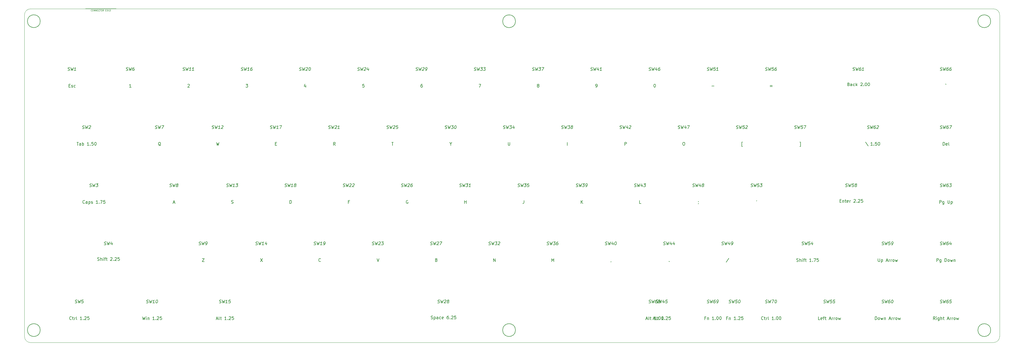
<source format=gbr>
G04 #@! TF.GenerationSoftware,KiCad,Pcbnew,(5.1.5)-3*
G04 #@! TF.CreationDate,2020-04-14T21:23:01-05:00*
G04 #@! TF.ProjectId,Without Led and Usb-c,57697468-6f75-4742-904c-656420616e64,rev?*
G04 #@! TF.SameCoordinates,Original*
G04 #@! TF.FileFunction,Other,Comment*
%FSLAX46Y46*%
G04 Gerber Fmt 4.6, Leading zero omitted, Abs format (unit mm)*
G04 Created by KiCad (PCBNEW (5.1.5)-3) date 2020-04-14 21:23:01*
%MOMM*%
%LPD*%
G04 APERTURE LIST*
%ADD10C,0.050000*%
%ADD11C,0.150000*%
%ADD12C,0.120000*%
%ADD13C,0.125000*%
G04 APERTURE END LIST*
D10*
X9820000Y-147280000D02*
X9819976Y-41880000D01*
X326720000Y-39879976D02*
G75*
G02X328720024Y-41880000I0J-2000024D01*
G01*
X328720000Y-147280000D02*
G75*
G02X326720000Y-149280000I-2000000J0D01*
G01*
X11820000Y-149280000D02*
G75*
G02X9820000Y-147280000I0J2000000D01*
G01*
X9819976Y-41880000D02*
G75*
G02X11820000Y-39879976I2000024J0D01*
G01*
X11820000Y-39879976D02*
X15820000Y-39880000D01*
X326720000Y-149280000D02*
X11820000Y-149280000D01*
X328720024Y-41880000D02*
X328720000Y-147280000D01*
X15820000Y-39880000D02*
X326720000Y-39879976D01*
D11*
X14992980Y-145186740D02*
G75*
G03X14992980Y-145186740I-2100000J0D01*
G01*
X170392720Y-43944880D02*
G75*
G03X170392720Y-43944880I-2100000J0D01*
G01*
X170387640Y-145186740D02*
G75*
G03X170387640Y-145186740I-2100000J0D01*
G01*
X325789920Y-145194360D02*
G75*
G03X325789920Y-145194360I-2100000J0D01*
G01*
X325787380Y-43937260D02*
G75*
G03X325787380Y-43937260I-2100000J0D01*
G01*
X14992980Y-43929640D02*
G75*
G03X14992980Y-43929640I-2100000J0D01*
G01*
D12*
X29750000Y-39800000D02*
X39750000Y-39800000D01*
D11*
X26353883Y-136254761D02*
X26490788Y-136302380D01*
X26728883Y-136302380D01*
X26830074Y-136254761D01*
X26883645Y-136207142D01*
X26943169Y-136111904D01*
X26955074Y-136016666D01*
X26919360Y-135921428D01*
X26877693Y-135873809D01*
X26788407Y-135826190D01*
X26603883Y-135778571D01*
X26514598Y-135730952D01*
X26472931Y-135683333D01*
X26437217Y-135588095D01*
X26449122Y-135492857D01*
X26508645Y-135397619D01*
X26562217Y-135350000D01*
X26663407Y-135302380D01*
X26901502Y-135302380D01*
X27038407Y-135350000D01*
X27377693Y-135302380D02*
X27490788Y-136302380D01*
X27770550Y-135588095D01*
X27871741Y-136302380D01*
X28234836Y-135302380D01*
X29091979Y-135302380D02*
X28615788Y-135302380D01*
X28508645Y-135778571D01*
X28562217Y-135730952D01*
X28663407Y-135683333D01*
X28901502Y-135683333D01*
X28990788Y-135730952D01*
X29032455Y-135778571D01*
X29068169Y-135873809D01*
X29038407Y-136111904D01*
X28978883Y-136207142D01*
X28925312Y-136254761D01*
X28824122Y-136302380D01*
X28586026Y-136302380D01*
X28496741Y-136254761D01*
X28455074Y-136207142D01*
X25186011Y-141668142D02*
X25138392Y-141715761D01*
X24995535Y-141763380D01*
X24900297Y-141763380D01*
X24757440Y-141715761D01*
X24662202Y-141620523D01*
X24614583Y-141525285D01*
X24566964Y-141334809D01*
X24566964Y-141191952D01*
X24614583Y-141001476D01*
X24662202Y-140906238D01*
X24757440Y-140811000D01*
X24900297Y-140763380D01*
X24995535Y-140763380D01*
X25138392Y-140811000D01*
X25186011Y-140858619D01*
X25471726Y-141096714D02*
X25852678Y-141096714D01*
X25614583Y-140763380D02*
X25614583Y-141620523D01*
X25662202Y-141715761D01*
X25757440Y-141763380D01*
X25852678Y-141763380D01*
X26186011Y-141763380D02*
X26186011Y-141096714D01*
X26186011Y-141287190D02*
X26233630Y-141191952D01*
X26281249Y-141144333D01*
X26376488Y-141096714D01*
X26471726Y-141096714D01*
X26947916Y-141763380D02*
X26852678Y-141715761D01*
X26805059Y-141620523D01*
X26805059Y-140763380D01*
X28614583Y-141763380D02*
X28043154Y-141763380D01*
X28328869Y-141763380D02*
X28328869Y-140763380D01*
X28233630Y-140906238D01*
X28138392Y-141001476D01*
X28043154Y-141049095D01*
X29043154Y-141668142D02*
X29090773Y-141715761D01*
X29043154Y-141763380D01*
X28995535Y-141715761D01*
X29043154Y-141668142D01*
X29043154Y-141763380D01*
X29471726Y-140858619D02*
X29519345Y-140811000D01*
X29614583Y-140763380D01*
X29852678Y-140763380D01*
X29947916Y-140811000D01*
X29995535Y-140858619D01*
X30043154Y-140953857D01*
X30043154Y-141049095D01*
X29995535Y-141191952D01*
X29424107Y-141763380D01*
X30043154Y-141763380D01*
X30947916Y-140763380D02*
X30471726Y-140763380D01*
X30424107Y-141239571D01*
X30471726Y-141191952D01*
X30566964Y-141144333D01*
X30805059Y-141144333D01*
X30900297Y-141191952D01*
X30947916Y-141239571D01*
X30995535Y-141334809D01*
X30995535Y-141572904D01*
X30947916Y-141668142D01*
X30900297Y-141715761D01*
X30805059Y-141763380D01*
X30566964Y-141763380D01*
X30471726Y-141715761D01*
X30424107Y-141668142D01*
X309246443Y-60054761D02*
X309383348Y-60102380D01*
X309621443Y-60102380D01*
X309722633Y-60054761D01*
X309776205Y-60007142D01*
X309835729Y-59911904D01*
X309847633Y-59816666D01*
X309811919Y-59721428D01*
X309770252Y-59673809D01*
X309680967Y-59626190D01*
X309496443Y-59578571D01*
X309407157Y-59530952D01*
X309365491Y-59483333D01*
X309329776Y-59388095D01*
X309341681Y-59292857D01*
X309401205Y-59197619D01*
X309454776Y-59150000D01*
X309555967Y-59102380D01*
X309794062Y-59102380D01*
X309930967Y-59150000D01*
X310270252Y-59102380D02*
X310383348Y-60102380D01*
X310663110Y-59388095D01*
X310764300Y-60102380D01*
X311127395Y-59102380D01*
X311936919Y-59102380D02*
X311746443Y-59102380D01*
X311645252Y-59150000D01*
X311591681Y-59197619D01*
X311478586Y-59340476D01*
X311407157Y-59530952D01*
X311359538Y-59911904D01*
X311395252Y-60007142D01*
X311436919Y-60054761D01*
X311526205Y-60102380D01*
X311716681Y-60102380D01*
X311817872Y-60054761D01*
X311871443Y-60007142D01*
X311930967Y-59911904D01*
X311960729Y-59673809D01*
X311925014Y-59578571D01*
X311883348Y-59530952D01*
X311794062Y-59483333D01*
X311603586Y-59483333D01*
X311502395Y-59530952D01*
X311448824Y-59578571D01*
X311389300Y-59673809D01*
X312889300Y-59102380D02*
X312698824Y-59102380D01*
X312597633Y-59150000D01*
X312544062Y-59197619D01*
X312430967Y-59340476D01*
X312359538Y-59530952D01*
X312311919Y-59911904D01*
X312347633Y-60007142D01*
X312389300Y-60054761D01*
X312478586Y-60102380D01*
X312669062Y-60102380D01*
X312770252Y-60054761D01*
X312823824Y-60007142D01*
X312883348Y-59911904D01*
X312913110Y-59673809D01*
X312877395Y-59578571D01*
X312835729Y-59530952D01*
X312746443Y-59483333D01*
X312555967Y-59483333D01*
X312454776Y-59530952D01*
X312401205Y-59578571D01*
X312341681Y-59673809D01*
X311054761Y-64515761D02*
X311197619Y-64658619D01*
X49690193Y-136254761D02*
X49827098Y-136302380D01*
X50065193Y-136302380D01*
X50166383Y-136254761D01*
X50219955Y-136207142D01*
X50279479Y-136111904D01*
X50291383Y-136016666D01*
X50255669Y-135921428D01*
X50214002Y-135873809D01*
X50124717Y-135826190D01*
X49940193Y-135778571D01*
X49850907Y-135730952D01*
X49809241Y-135683333D01*
X49773526Y-135588095D01*
X49785431Y-135492857D01*
X49844955Y-135397619D01*
X49898526Y-135350000D01*
X49999717Y-135302380D01*
X50237812Y-135302380D01*
X50374717Y-135350000D01*
X50714002Y-135302380D02*
X50827098Y-136302380D01*
X51106860Y-135588095D01*
X51208050Y-136302380D01*
X51571145Y-135302380D01*
X52350907Y-136302380D02*
X51779479Y-136302380D01*
X52065193Y-136302380D02*
X52190193Y-135302380D01*
X52077098Y-135445238D01*
X51969955Y-135540476D01*
X51868764Y-135588095D01*
X53094955Y-135302380D02*
X53190193Y-135302380D01*
X53279479Y-135350000D01*
X53321145Y-135397619D01*
X53356860Y-135492857D01*
X53380669Y-135683333D01*
X53350907Y-135921428D01*
X53279479Y-136111904D01*
X53219955Y-136207142D01*
X53166383Y-136254761D01*
X53065193Y-136302380D01*
X52969955Y-136302380D01*
X52880669Y-136254761D01*
X52839002Y-136207142D01*
X52803288Y-136111904D01*
X52779479Y-135921428D01*
X52809241Y-135683333D01*
X52880669Y-135492857D01*
X52940193Y-135397619D01*
X52993764Y-135350000D01*
X53094955Y-135302380D01*
X48427083Y-140763380D02*
X48665178Y-141763380D01*
X48855654Y-141049095D01*
X49046130Y-141763380D01*
X49284226Y-140763380D01*
X49665178Y-141763380D02*
X49665178Y-141096714D01*
X49665178Y-140763380D02*
X49617559Y-140811000D01*
X49665178Y-140858619D01*
X49712797Y-140811000D01*
X49665178Y-140763380D01*
X49665178Y-140858619D01*
X50141369Y-141096714D02*
X50141369Y-141763380D01*
X50141369Y-141191952D02*
X50188988Y-141144333D01*
X50284226Y-141096714D01*
X50427083Y-141096714D01*
X50522321Y-141144333D01*
X50569940Y-141239571D01*
X50569940Y-141763380D01*
X52331845Y-141763380D02*
X51760416Y-141763380D01*
X52046130Y-141763380D02*
X52046130Y-140763380D01*
X51950892Y-140906238D01*
X51855654Y-141001476D01*
X51760416Y-141049095D01*
X52760416Y-141668142D02*
X52808035Y-141715761D01*
X52760416Y-141763380D01*
X52712797Y-141715761D01*
X52760416Y-141668142D01*
X52760416Y-141763380D01*
X53188988Y-140858619D02*
X53236607Y-140811000D01*
X53331845Y-140763380D01*
X53569940Y-140763380D01*
X53665178Y-140811000D01*
X53712797Y-140858619D01*
X53760416Y-140953857D01*
X53760416Y-141049095D01*
X53712797Y-141191952D01*
X53141369Y-141763380D01*
X53760416Y-141763380D01*
X54665178Y-140763380D02*
X54188988Y-140763380D01*
X54141369Y-141239571D01*
X54188988Y-141191952D01*
X54284226Y-141144333D01*
X54522321Y-141144333D01*
X54617559Y-141191952D01*
X54665178Y-141239571D01*
X54712797Y-141334809D01*
X54712797Y-141572904D01*
X54665178Y-141668142D01*
X54617559Y-141715761D01*
X54522321Y-141763380D01*
X54284226Y-141763380D01*
X54188988Y-141715761D01*
X54141369Y-141668142D01*
X233046443Y-136254761D02*
X233183348Y-136302380D01*
X233421443Y-136302380D01*
X233522633Y-136254761D01*
X233576205Y-136207142D01*
X233635729Y-136111904D01*
X233647633Y-136016666D01*
X233611919Y-135921428D01*
X233570252Y-135873809D01*
X233480967Y-135826190D01*
X233296443Y-135778571D01*
X233207157Y-135730952D01*
X233165491Y-135683333D01*
X233129776Y-135588095D01*
X233141681Y-135492857D01*
X233201205Y-135397619D01*
X233254776Y-135350000D01*
X233355967Y-135302380D01*
X233594062Y-135302380D01*
X233730967Y-135350000D01*
X234070252Y-135302380D02*
X234183348Y-136302380D01*
X234463110Y-135588095D01*
X234564300Y-136302380D01*
X234927395Y-135302380D01*
X235736919Y-135302380D02*
X235546443Y-135302380D01*
X235445252Y-135350000D01*
X235391681Y-135397619D01*
X235278586Y-135540476D01*
X235207157Y-135730952D01*
X235159538Y-136111904D01*
X235195252Y-136207142D01*
X235236919Y-136254761D01*
X235326205Y-136302380D01*
X235516681Y-136302380D01*
X235617872Y-136254761D01*
X235671443Y-136207142D01*
X235730967Y-136111904D01*
X235760729Y-135873809D01*
X235725014Y-135778571D01*
X235683348Y-135730952D01*
X235594062Y-135683333D01*
X235403586Y-135683333D01*
X235302395Y-135730952D01*
X235248824Y-135778571D01*
X235189300Y-135873809D01*
X236183348Y-136302380D02*
X236373824Y-136302380D01*
X236475014Y-136254761D01*
X236528586Y-136207142D01*
X236641681Y-136064285D01*
X236713110Y-135873809D01*
X236760729Y-135492857D01*
X236725014Y-135397619D01*
X236683348Y-135350000D01*
X236594062Y-135302380D01*
X236403586Y-135302380D01*
X236302395Y-135350000D01*
X236248824Y-135397619D01*
X236189300Y-135492857D01*
X236159538Y-135730952D01*
X236195252Y-135826190D01*
X236236919Y-135873809D01*
X236326205Y-135921428D01*
X236516681Y-135921428D01*
X236617872Y-135873809D01*
X236671443Y-135826190D01*
X236730967Y-135730952D01*
X232592857Y-141239571D02*
X232259523Y-141239571D01*
X232259523Y-141763380D02*
X232259523Y-140763380D01*
X232735714Y-140763380D01*
X233116666Y-141096714D02*
X233116666Y-141763380D01*
X233116666Y-141191952D02*
X233164285Y-141144333D01*
X233259523Y-141096714D01*
X233402380Y-141096714D01*
X233497619Y-141144333D01*
X233545238Y-141239571D01*
X233545238Y-141763380D01*
X235307142Y-141763380D02*
X234735714Y-141763380D01*
X235021428Y-141763380D02*
X235021428Y-140763380D01*
X234926190Y-140906238D01*
X234830952Y-141001476D01*
X234735714Y-141049095D01*
X235735714Y-141668142D02*
X235783333Y-141715761D01*
X235735714Y-141763380D01*
X235688095Y-141715761D01*
X235735714Y-141668142D01*
X235735714Y-141763380D01*
X236402380Y-140763380D02*
X236497619Y-140763380D01*
X236592857Y-140811000D01*
X236640476Y-140858619D01*
X236688095Y-140953857D01*
X236735714Y-141144333D01*
X236735714Y-141382428D01*
X236688095Y-141572904D01*
X236640476Y-141668142D01*
X236592857Y-141715761D01*
X236497619Y-141763380D01*
X236402380Y-141763380D01*
X236307142Y-141715761D01*
X236259523Y-141668142D01*
X236211904Y-141572904D01*
X236164285Y-141382428D01*
X236164285Y-141144333D01*
X236211904Y-140953857D01*
X236259523Y-140858619D01*
X236307142Y-140811000D01*
X236402380Y-140763380D01*
X237354761Y-140763380D02*
X237450000Y-140763380D01*
X237545238Y-140811000D01*
X237592857Y-140858619D01*
X237640476Y-140953857D01*
X237688095Y-141144333D01*
X237688095Y-141382428D01*
X237640476Y-141572904D01*
X237592857Y-141668142D01*
X237545238Y-141715761D01*
X237450000Y-141763380D01*
X237354761Y-141763380D01*
X237259523Y-141715761D01*
X237211904Y-141668142D01*
X237164285Y-141572904D01*
X237116666Y-141382428D01*
X237116666Y-141144333D01*
X237164285Y-140953857D01*
X237211904Y-140858619D01*
X237259523Y-140811000D01*
X237354761Y-140763380D01*
X213996443Y-136254761D02*
X214133348Y-136302380D01*
X214371443Y-136302380D01*
X214472633Y-136254761D01*
X214526205Y-136207142D01*
X214585729Y-136111904D01*
X214597633Y-136016666D01*
X214561919Y-135921428D01*
X214520252Y-135873809D01*
X214430967Y-135826190D01*
X214246443Y-135778571D01*
X214157157Y-135730952D01*
X214115491Y-135683333D01*
X214079776Y-135588095D01*
X214091681Y-135492857D01*
X214151205Y-135397619D01*
X214204776Y-135350000D01*
X214305967Y-135302380D01*
X214544062Y-135302380D01*
X214680967Y-135350000D01*
X215020252Y-135302380D02*
X215133348Y-136302380D01*
X215413110Y-135588095D01*
X215514300Y-136302380D01*
X215877395Y-135302380D01*
X216686919Y-135302380D02*
X216496443Y-135302380D01*
X216395252Y-135350000D01*
X216341681Y-135397619D01*
X216228586Y-135540476D01*
X216157157Y-135730952D01*
X216109538Y-136111904D01*
X216145252Y-136207142D01*
X216186919Y-136254761D01*
X216276205Y-136302380D01*
X216466681Y-136302380D01*
X216567872Y-136254761D01*
X216621443Y-136207142D01*
X216680967Y-136111904D01*
X216710729Y-135873809D01*
X216675014Y-135778571D01*
X216633348Y-135730952D01*
X216544062Y-135683333D01*
X216353586Y-135683333D01*
X216252395Y-135730952D01*
X216198824Y-135778571D01*
X216139300Y-135873809D01*
X217300014Y-135730952D02*
X217210729Y-135683333D01*
X217169062Y-135635714D01*
X217133348Y-135540476D01*
X217139300Y-135492857D01*
X217198824Y-135397619D01*
X217252395Y-135350000D01*
X217353586Y-135302380D01*
X217544062Y-135302380D01*
X217633348Y-135350000D01*
X217675014Y-135397619D01*
X217710729Y-135492857D01*
X217704776Y-135540476D01*
X217645252Y-135635714D01*
X217591681Y-135683333D01*
X217490491Y-135730952D01*
X217300014Y-135730952D01*
X217198824Y-135778571D01*
X217145252Y-135826190D01*
X217085729Y-135921428D01*
X217061919Y-136111904D01*
X217097633Y-136207142D01*
X217139300Y-136254761D01*
X217228586Y-136302380D01*
X217419062Y-136302380D01*
X217520252Y-136254761D01*
X217573824Y-136207142D01*
X217633348Y-136111904D01*
X217657157Y-135921428D01*
X217621443Y-135826190D01*
X217579776Y-135778571D01*
X217490491Y-135730952D01*
X213066666Y-141477666D02*
X213542857Y-141477666D01*
X212971428Y-141763380D02*
X213304761Y-140763380D01*
X213638095Y-141763380D01*
X214114285Y-141763380D02*
X214019047Y-141715761D01*
X213971428Y-141620523D01*
X213971428Y-140763380D01*
X214352380Y-141096714D02*
X214733333Y-141096714D01*
X214495238Y-140763380D02*
X214495238Y-141620523D01*
X214542857Y-141715761D01*
X214638095Y-141763380D01*
X214733333Y-141763380D01*
X216352380Y-141763380D02*
X215780952Y-141763380D01*
X216066666Y-141763380D02*
X216066666Y-140763380D01*
X215971428Y-140906238D01*
X215876190Y-141001476D01*
X215780952Y-141049095D01*
X216780952Y-141668142D02*
X216828571Y-141715761D01*
X216780952Y-141763380D01*
X216733333Y-141715761D01*
X216780952Y-141668142D01*
X216780952Y-141763380D01*
X217447619Y-140763380D02*
X217542857Y-140763380D01*
X217638095Y-140811000D01*
X217685714Y-140858619D01*
X217733333Y-140953857D01*
X217780952Y-141144333D01*
X217780952Y-141382428D01*
X217733333Y-141572904D01*
X217685714Y-141668142D01*
X217638095Y-141715761D01*
X217542857Y-141763380D01*
X217447619Y-141763380D01*
X217352380Y-141715761D01*
X217304761Y-141668142D01*
X217257142Y-141572904D01*
X217209523Y-141382428D01*
X217209523Y-141144333D01*
X217257142Y-140953857D01*
X217304761Y-140858619D01*
X217352380Y-140811000D01*
X217447619Y-140763380D01*
X218400000Y-140763380D02*
X218495238Y-140763380D01*
X218590476Y-140811000D01*
X218638095Y-140858619D01*
X218685714Y-140953857D01*
X218733333Y-141144333D01*
X218733333Y-141382428D01*
X218685714Y-141572904D01*
X218638095Y-141668142D01*
X218590476Y-141715761D01*
X218495238Y-141763380D01*
X218400000Y-141763380D01*
X218304761Y-141715761D01*
X218257142Y-141668142D01*
X218209523Y-141572904D01*
X218161904Y-141382428D01*
X218161904Y-141144333D01*
X218209523Y-140953857D01*
X218257142Y-140858619D01*
X218304761Y-140811000D01*
X218400000Y-140763380D01*
X252096443Y-136254761D02*
X252233348Y-136302380D01*
X252471443Y-136302380D01*
X252572633Y-136254761D01*
X252626205Y-136207142D01*
X252685729Y-136111904D01*
X252697633Y-136016666D01*
X252661919Y-135921428D01*
X252620252Y-135873809D01*
X252530967Y-135826190D01*
X252346443Y-135778571D01*
X252257157Y-135730952D01*
X252215491Y-135683333D01*
X252179776Y-135588095D01*
X252191681Y-135492857D01*
X252251205Y-135397619D01*
X252304776Y-135350000D01*
X252405967Y-135302380D01*
X252644062Y-135302380D01*
X252780967Y-135350000D01*
X253120252Y-135302380D02*
X253233348Y-136302380D01*
X253513110Y-135588095D01*
X253614300Y-136302380D01*
X253977395Y-135302380D01*
X254263110Y-135302380D02*
X254929776Y-135302380D01*
X254376205Y-136302380D01*
X255501205Y-135302380D02*
X255596443Y-135302380D01*
X255685729Y-135350000D01*
X255727395Y-135397619D01*
X255763110Y-135492857D01*
X255786919Y-135683333D01*
X255757157Y-135921428D01*
X255685729Y-136111904D01*
X255626205Y-136207142D01*
X255572633Y-136254761D01*
X255471443Y-136302380D01*
X255376205Y-136302380D01*
X255286919Y-136254761D01*
X255245252Y-136207142D01*
X255209538Y-136111904D01*
X255185729Y-135921428D01*
X255215491Y-135683333D01*
X255286919Y-135492857D01*
X255346443Y-135397619D01*
X255400014Y-135350000D01*
X255501205Y-135302380D01*
X251404761Y-141668142D02*
X251357142Y-141715761D01*
X251214285Y-141763380D01*
X251119047Y-141763380D01*
X250976190Y-141715761D01*
X250880952Y-141620523D01*
X250833333Y-141525285D01*
X250785714Y-141334809D01*
X250785714Y-141191952D01*
X250833333Y-141001476D01*
X250880952Y-140906238D01*
X250976190Y-140811000D01*
X251119047Y-140763380D01*
X251214285Y-140763380D01*
X251357142Y-140811000D01*
X251404761Y-140858619D01*
X251690476Y-141096714D02*
X252071428Y-141096714D01*
X251833333Y-140763380D02*
X251833333Y-141620523D01*
X251880952Y-141715761D01*
X251976190Y-141763380D01*
X252071428Y-141763380D01*
X252404761Y-141763380D02*
X252404761Y-141096714D01*
X252404761Y-141287190D02*
X252452380Y-141191952D01*
X252500000Y-141144333D01*
X252595238Y-141096714D01*
X252690476Y-141096714D01*
X253166666Y-141763380D02*
X253071428Y-141715761D01*
X253023809Y-141620523D01*
X253023809Y-140763380D01*
X254833333Y-141763380D02*
X254261904Y-141763380D01*
X254547619Y-141763380D02*
X254547619Y-140763380D01*
X254452380Y-140906238D01*
X254357142Y-141001476D01*
X254261904Y-141049095D01*
X255261904Y-141668142D02*
X255309523Y-141715761D01*
X255261904Y-141763380D01*
X255214285Y-141715761D01*
X255261904Y-141668142D01*
X255261904Y-141763380D01*
X255928571Y-140763380D02*
X256023809Y-140763380D01*
X256119047Y-140811000D01*
X256166666Y-140858619D01*
X256214285Y-140953857D01*
X256261904Y-141144333D01*
X256261904Y-141382428D01*
X256214285Y-141572904D01*
X256166666Y-141668142D01*
X256119047Y-141715761D01*
X256023809Y-141763380D01*
X255928571Y-141763380D01*
X255833333Y-141715761D01*
X255785714Y-141668142D01*
X255738095Y-141572904D01*
X255690476Y-141382428D01*
X255690476Y-141144333D01*
X255738095Y-140953857D01*
X255785714Y-140858619D01*
X255833333Y-140811000D01*
X255928571Y-140763380D01*
X256880952Y-140763380D02*
X256976190Y-140763380D01*
X257071428Y-140811000D01*
X257119047Y-140858619D01*
X257166666Y-140953857D01*
X257214285Y-141144333D01*
X257214285Y-141382428D01*
X257166666Y-141572904D01*
X257119047Y-141668142D01*
X257071428Y-141715761D01*
X256976190Y-141763380D01*
X256880952Y-141763380D01*
X256785714Y-141715761D01*
X256738095Y-141668142D01*
X256690476Y-141572904D01*
X256642857Y-141382428D01*
X256642857Y-141144333D01*
X256690476Y-140953857D01*
X256738095Y-140858619D01*
X256785714Y-140811000D01*
X256880952Y-140763380D01*
X85408943Y-117204761D02*
X85545848Y-117252380D01*
X85783943Y-117252380D01*
X85885133Y-117204761D01*
X85938705Y-117157142D01*
X85998229Y-117061904D01*
X86010133Y-116966666D01*
X85974419Y-116871428D01*
X85932752Y-116823809D01*
X85843467Y-116776190D01*
X85658943Y-116728571D01*
X85569657Y-116680952D01*
X85527991Y-116633333D01*
X85492276Y-116538095D01*
X85504181Y-116442857D01*
X85563705Y-116347619D01*
X85617276Y-116300000D01*
X85718467Y-116252380D01*
X85956562Y-116252380D01*
X86093467Y-116300000D01*
X86432752Y-116252380D02*
X86545848Y-117252380D01*
X86825610Y-116538095D01*
X86926800Y-117252380D01*
X87289895Y-116252380D01*
X88069657Y-117252380D02*
X87498229Y-117252380D01*
X87783943Y-117252380D02*
X87908943Y-116252380D01*
X87795848Y-116395238D01*
X87688705Y-116490476D01*
X87587514Y-116538095D01*
X89010133Y-116585714D02*
X88926800Y-117252380D01*
X88819657Y-116204761D02*
X88492276Y-116919047D01*
X89111324Y-116919047D01*
X86979166Y-121713380D02*
X87645833Y-122713380D01*
X87645833Y-121713380D02*
X86979166Y-122713380D01*
X71121443Y-79104761D02*
X71258348Y-79152380D01*
X71496443Y-79152380D01*
X71597633Y-79104761D01*
X71651205Y-79057142D01*
X71710729Y-78961904D01*
X71722633Y-78866666D01*
X71686919Y-78771428D01*
X71645252Y-78723809D01*
X71555967Y-78676190D01*
X71371443Y-78628571D01*
X71282157Y-78580952D01*
X71240491Y-78533333D01*
X71204776Y-78438095D01*
X71216681Y-78342857D01*
X71276205Y-78247619D01*
X71329776Y-78200000D01*
X71430967Y-78152380D01*
X71669062Y-78152380D01*
X71805967Y-78200000D01*
X72145252Y-78152380D02*
X72258348Y-79152380D01*
X72538110Y-78438095D01*
X72639300Y-79152380D01*
X73002395Y-78152380D01*
X73782157Y-79152380D02*
X73210729Y-79152380D01*
X73496443Y-79152380D02*
X73621443Y-78152380D01*
X73508348Y-78295238D01*
X73401205Y-78390476D01*
X73300014Y-78438095D01*
X74276205Y-78247619D02*
X74329776Y-78200000D01*
X74430967Y-78152380D01*
X74669062Y-78152380D01*
X74758348Y-78200000D01*
X74800014Y-78247619D01*
X74835729Y-78342857D01*
X74823824Y-78438095D01*
X74758348Y-78580952D01*
X74115491Y-79152380D01*
X74734538Y-79152380D01*
X72596428Y-83613380D02*
X72834523Y-84613380D01*
X73025000Y-83899095D01*
X73215476Y-84613380D01*
X73453571Y-83613380D01*
X240190193Y-136254761D02*
X240327098Y-136302380D01*
X240565193Y-136302380D01*
X240666383Y-136254761D01*
X240719955Y-136207142D01*
X240779479Y-136111904D01*
X240791383Y-136016666D01*
X240755669Y-135921428D01*
X240714002Y-135873809D01*
X240624717Y-135826190D01*
X240440193Y-135778571D01*
X240350907Y-135730952D01*
X240309241Y-135683333D01*
X240273526Y-135588095D01*
X240285431Y-135492857D01*
X240344955Y-135397619D01*
X240398526Y-135350000D01*
X240499717Y-135302380D01*
X240737812Y-135302380D01*
X240874717Y-135350000D01*
X241214002Y-135302380D02*
X241327098Y-136302380D01*
X241606860Y-135588095D01*
X241708050Y-136302380D01*
X242071145Y-135302380D01*
X242928288Y-135302380D02*
X242452098Y-135302380D01*
X242344955Y-135778571D01*
X242398526Y-135730952D01*
X242499717Y-135683333D01*
X242737812Y-135683333D01*
X242827098Y-135730952D01*
X242868764Y-135778571D01*
X242904479Y-135873809D01*
X242874717Y-136111904D01*
X242815193Y-136207142D01*
X242761622Y-136254761D01*
X242660431Y-136302380D01*
X242422336Y-136302380D01*
X242333050Y-136254761D01*
X242291383Y-136207142D01*
X243594955Y-135302380D02*
X243690193Y-135302380D01*
X243779479Y-135350000D01*
X243821145Y-135397619D01*
X243856860Y-135492857D01*
X243880669Y-135683333D01*
X243850907Y-135921428D01*
X243779479Y-136111904D01*
X243719955Y-136207142D01*
X243666383Y-136254761D01*
X243565193Y-136302380D01*
X243469955Y-136302380D01*
X243380669Y-136254761D01*
X243339002Y-136207142D01*
X243303288Y-136111904D01*
X243279479Y-135921428D01*
X243309241Y-135683333D01*
X243380669Y-135492857D01*
X243440193Y-135397619D01*
X243493764Y-135350000D01*
X243594955Y-135302380D01*
X239736607Y-141239571D02*
X239403273Y-141239571D01*
X239403273Y-141763380D02*
X239403273Y-140763380D01*
X239879464Y-140763380D01*
X240260416Y-141096714D02*
X240260416Y-141763380D01*
X240260416Y-141191952D02*
X240308035Y-141144333D01*
X240403273Y-141096714D01*
X240546130Y-141096714D01*
X240641369Y-141144333D01*
X240688988Y-141239571D01*
X240688988Y-141763380D01*
X242450892Y-141763380D02*
X241879464Y-141763380D01*
X242165178Y-141763380D02*
X242165178Y-140763380D01*
X242069940Y-140906238D01*
X241974702Y-141001476D01*
X241879464Y-141049095D01*
X242879464Y-141668142D02*
X242927083Y-141715761D01*
X242879464Y-141763380D01*
X242831845Y-141715761D01*
X242879464Y-141668142D01*
X242879464Y-141763380D01*
X243308035Y-140858619D02*
X243355654Y-140811000D01*
X243450892Y-140763380D01*
X243688988Y-140763380D01*
X243784226Y-140811000D01*
X243831845Y-140858619D01*
X243879464Y-140953857D01*
X243879464Y-141049095D01*
X243831845Y-141191952D01*
X243260416Y-141763380D01*
X243879464Y-141763380D01*
X244784226Y-140763380D02*
X244308035Y-140763380D01*
X244260416Y-141239571D01*
X244308035Y-141191952D01*
X244403273Y-141144333D01*
X244641369Y-141144333D01*
X244736607Y-141191952D01*
X244784226Y-141239571D01*
X244831845Y-141334809D01*
X244831845Y-141572904D01*
X244784226Y-141668142D01*
X244736607Y-141715761D01*
X244641369Y-141763380D01*
X244403273Y-141763380D01*
X244308035Y-141715761D01*
X244260416Y-141668142D01*
X216377693Y-136254761D02*
X216514598Y-136302380D01*
X216752693Y-136302380D01*
X216853883Y-136254761D01*
X216907455Y-136207142D01*
X216966979Y-136111904D01*
X216978883Y-136016666D01*
X216943169Y-135921428D01*
X216901502Y-135873809D01*
X216812217Y-135826190D01*
X216627693Y-135778571D01*
X216538407Y-135730952D01*
X216496741Y-135683333D01*
X216461026Y-135588095D01*
X216472931Y-135492857D01*
X216532455Y-135397619D01*
X216586026Y-135350000D01*
X216687217Y-135302380D01*
X216925312Y-135302380D01*
X217062217Y-135350000D01*
X217401502Y-135302380D02*
X217514598Y-136302380D01*
X217794360Y-135588095D01*
X217895550Y-136302380D01*
X218258645Y-135302380D01*
X219026502Y-135635714D02*
X218943169Y-136302380D01*
X218836026Y-135254761D02*
X218508645Y-135969047D01*
X219127693Y-135969047D01*
X220068169Y-135302380D02*
X219591979Y-135302380D01*
X219484836Y-135778571D01*
X219538407Y-135730952D01*
X219639598Y-135683333D01*
X219877693Y-135683333D01*
X219966979Y-135730952D01*
X220008645Y-135778571D01*
X220044360Y-135873809D01*
X220014598Y-136111904D01*
X219955074Y-136207142D01*
X219901502Y-136254761D01*
X219800312Y-136302380D01*
X219562217Y-136302380D01*
X219472931Y-136254761D01*
X219431264Y-136207142D01*
X215447916Y-141477666D02*
X215924107Y-141477666D01*
X215352678Y-141763380D02*
X215686011Y-140763380D01*
X216019345Y-141763380D01*
X216495535Y-141763380D02*
X216400297Y-141715761D01*
X216352678Y-141620523D01*
X216352678Y-140763380D01*
X216733630Y-141096714D02*
X217114583Y-141096714D01*
X216876488Y-140763380D02*
X216876488Y-141620523D01*
X216924107Y-141715761D01*
X217019345Y-141763380D01*
X217114583Y-141763380D01*
X218733630Y-141763380D02*
X218162202Y-141763380D01*
X218447916Y-141763380D02*
X218447916Y-140763380D01*
X218352678Y-140906238D01*
X218257440Y-141001476D01*
X218162202Y-141049095D01*
X219162202Y-141668142D02*
X219209821Y-141715761D01*
X219162202Y-141763380D01*
X219114583Y-141715761D01*
X219162202Y-141668142D01*
X219162202Y-141763380D01*
X219590773Y-140858619D02*
X219638392Y-140811000D01*
X219733630Y-140763380D01*
X219971726Y-140763380D01*
X220066964Y-140811000D01*
X220114583Y-140858619D01*
X220162202Y-140953857D01*
X220162202Y-141049095D01*
X220114583Y-141191952D01*
X219543154Y-141763380D01*
X220162202Y-141763380D01*
X221066964Y-140763380D02*
X220590773Y-140763380D01*
X220543154Y-141239571D01*
X220590773Y-141191952D01*
X220686011Y-141144333D01*
X220924107Y-141144333D01*
X221019345Y-141191952D01*
X221066964Y-141239571D01*
X221114583Y-141334809D01*
X221114583Y-141572904D01*
X221066964Y-141668142D01*
X221019345Y-141715761D01*
X220924107Y-141763380D01*
X220686011Y-141763380D01*
X220590773Y-141715761D01*
X220543154Y-141668142D01*
X35878883Y-117204761D02*
X36015788Y-117252380D01*
X36253883Y-117252380D01*
X36355074Y-117204761D01*
X36408645Y-117157142D01*
X36468169Y-117061904D01*
X36480074Y-116966666D01*
X36444360Y-116871428D01*
X36402693Y-116823809D01*
X36313407Y-116776190D01*
X36128883Y-116728571D01*
X36039598Y-116680952D01*
X35997931Y-116633333D01*
X35962217Y-116538095D01*
X35974122Y-116442857D01*
X36033645Y-116347619D01*
X36087217Y-116300000D01*
X36188407Y-116252380D01*
X36426502Y-116252380D01*
X36563407Y-116300000D01*
X36902693Y-116252380D02*
X37015788Y-117252380D01*
X37295550Y-116538095D01*
X37396741Y-117252380D01*
X37759836Y-116252380D01*
X38527693Y-116585714D02*
X38444360Y-117252380D01*
X38337217Y-116204761D02*
X38009836Y-116919047D01*
X38628883Y-116919047D01*
X33711011Y-122329761D02*
X33853869Y-122377380D01*
X34091964Y-122377380D01*
X34187202Y-122329761D01*
X34234821Y-122282142D01*
X34282440Y-122186904D01*
X34282440Y-122091666D01*
X34234821Y-121996428D01*
X34187202Y-121948809D01*
X34091964Y-121901190D01*
X33901488Y-121853571D01*
X33806250Y-121805952D01*
X33758630Y-121758333D01*
X33711011Y-121663095D01*
X33711011Y-121567857D01*
X33758630Y-121472619D01*
X33806250Y-121425000D01*
X33901488Y-121377380D01*
X34139583Y-121377380D01*
X34282440Y-121425000D01*
X34711011Y-122377380D02*
X34711011Y-121377380D01*
X35139583Y-122377380D02*
X35139583Y-121853571D01*
X35091964Y-121758333D01*
X34996726Y-121710714D01*
X34853869Y-121710714D01*
X34758630Y-121758333D01*
X34711011Y-121805952D01*
X35615773Y-122377380D02*
X35615773Y-121710714D01*
X35615773Y-121377380D02*
X35568154Y-121425000D01*
X35615773Y-121472619D01*
X35663392Y-121425000D01*
X35615773Y-121377380D01*
X35615773Y-121472619D01*
X35949107Y-121710714D02*
X36330059Y-121710714D01*
X36091964Y-122377380D02*
X36091964Y-121520238D01*
X36139583Y-121425000D01*
X36234821Y-121377380D01*
X36330059Y-121377380D01*
X36520535Y-121710714D02*
X36901488Y-121710714D01*
X36663392Y-121377380D02*
X36663392Y-122234523D01*
X36711011Y-122329761D01*
X36806250Y-122377380D01*
X36901488Y-122377380D01*
X37949107Y-121472619D02*
X37996726Y-121425000D01*
X38091964Y-121377380D01*
X38330059Y-121377380D01*
X38425297Y-121425000D01*
X38472916Y-121472619D01*
X38520535Y-121567857D01*
X38520535Y-121663095D01*
X38472916Y-121805952D01*
X37901488Y-122377380D01*
X38520535Y-122377380D01*
X38949107Y-122282142D02*
X38996726Y-122329761D01*
X38949107Y-122377380D01*
X38901488Y-122329761D01*
X38949107Y-122282142D01*
X38949107Y-122377380D01*
X39377678Y-121472619D02*
X39425297Y-121425000D01*
X39520535Y-121377380D01*
X39758630Y-121377380D01*
X39853869Y-121425000D01*
X39901488Y-121472619D01*
X39949107Y-121567857D01*
X39949107Y-121663095D01*
X39901488Y-121805952D01*
X39330059Y-122377380D01*
X39949107Y-122377380D01*
X40853869Y-121377380D02*
X40377678Y-121377380D01*
X40330059Y-121853571D01*
X40377678Y-121805952D01*
X40472916Y-121758333D01*
X40711011Y-121758333D01*
X40806250Y-121805952D01*
X40853869Y-121853571D01*
X40901488Y-121948809D01*
X40901488Y-122186904D01*
X40853869Y-122282142D01*
X40806250Y-122329761D01*
X40711011Y-122377380D01*
X40472916Y-122377380D01*
X40377678Y-122329761D01*
X40330059Y-122282142D01*
X31116383Y-98154761D02*
X31253288Y-98202380D01*
X31491383Y-98202380D01*
X31592574Y-98154761D01*
X31646145Y-98107142D01*
X31705669Y-98011904D01*
X31717574Y-97916666D01*
X31681860Y-97821428D01*
X31640193Y-97773809D01*
X31550907Y-97726190D01*
X31366383Y-97678571D01*
X31277098Y-97630952D01*
X31235431Y-97583333D01*
X31199717Y-97488095D01*
X31211622Y-97392857D01*
X31271145Y-97297619D01*
X31324717Y-97250000D01*
X31425907Y-97202380D01*
X31664002Y-97202380D01*
X31800907Y-97250000D01*
X32140193Y-97202380D02*
X32253288Y-98202380D01*
X32533050Y-97488095D01*
X32634241Y-98202380D01*
X32997336Y-97202380D01*
X33283050Y-97202380D02*
X33902098Y-97202380D01*
X33521145Y-97583333D01*
X33664002Y-97583333D01*
X33753288Y-97630952D01*
X33794955Y-97678571D01*
X33830669Y-97773809D01*
X33800907Y-98011904D01*
X33741383Y-98107142D01*
X33687812Y-98154761D01*
X33586622Y-98202380D01*
X33300907Y-98202380D01*
X33211622Y-98154761D01*
X33169955Y-98107142D01*
X29496130Y-103568142D02*
X29448511Y-103615761D01*
X29305654Y-103663380D01*
X29210416Y-103663380D01*
X29067559Y-103615761D01*
X28972321Y-103520523D01*
X28924702Y-103425285D01*
X28877083Y-103234809D01*
X28877083Y-103091952D01*
X28924702Y-102901476D01*
X28972321Y-102806238D01*
X29067559Y-102711000D01*
X29210416Y-102663380D01*
X29305654Y-102663380D01*
X29448511Y-102711000D01*
X29496130Y-102758619D01*
X30353273Y-103663380D02*
X30353273Y-103139571D01*
X30305654Y-103044333D01*
X30210416Y-102996714D01*
X30019940Y-102996714D01*
X29924702Y-103044333D01*
X30353273Y-103615761D02*
X30258035Y-103663380D01*
X30019940Y-103663380D01*
X29924702Y-103615761D01*
X29877083Y-103520523D01*
X29877083Y-103425285D01*
X29924702Y-103330047D01*
X30019940Y-103282428D01*
X30258035Y-103282428D01*
X30353273Y-103234809D01*
X30829464Y-102996714D02*
X30829464Y-103996714D01*
X30829464Y-103044333D02*
X30924702Y-102996714D01*
X31115178Y-102996714D01*
X31210416Y-103044333D01*
X31258035Y-103091952D01*
X31305654Y-103187190D01*
X31305654Y-103472904D01*
X31258035Y-103568142D01*
X31210416Y-103615761D01*
X31115178Y-103663380D01*
X30924702Y-103663380D01*
X30829464Y-103615761D01*
X31686607Y-103615761D02*
X31781845Y-103663380D01*
X31972321Y-103663380D01*
X32067559Y-103615761D01*
X32115178Y-103520523D01*
X32115178Y-103472904D01*
X32067559Y-103377666D01*
X31972321Y-103330047D01*
X31829464Y-103330047D01*
X31734226Y-103282428D01*
X31686607Y-103187190D01*
X31686607Y-103139571D01*
X31734226Y-103044333D01*
X31829464Y-102996714D01*
X31972321Y-102996714D01*
X32067559Y-103044333D01*
X33829464Y-103663380D02*
X33258035Y-103663380D01*
X33543750Y-103663380D02*
X33543750Y-102663380D01*
X33448511Y-102806238D01*
X33353273Y-102901476D01*
X33258035Y-102949095D01*
X34258035Y-103568142D02*
X34305654Y-103615761D01*
X34258035Y-103663380D01*
X34210416Y-103615761D01*
X34258035Y-103568142D01*
X34258035Y-103663380D01*
X34638988Y-102663380D02*
X35305654Y-102663380D01*
X34877083Y-103663380D01*
X36162797Y-102663380D02*
X35686607Y-102663380D01*
X35638988Y-103139571D01*
X35686607Y-103091952D01*
X35781845Y-103044333D01*
X36019940Y-103044333D01*
X36115178Y-103091952D01*
X36162797Y-103139571D01*
X36210416Y-103234809D01*
X36210416Y-103472904D01*
X36162797Y-103568142D01*
X36115178Y-103615761D01*
X36019940Y-103663380D01*
X35781845Y-103663380D01*
X35686607Y-103615761D01*
X35638988Y-103568142D01*
X28735133Y-79104761D02*
X28872038Y-79152380D01*
X29110133Y-79152380D01*
X29211324Y-79104761D01*
X29264895Y-79057142D01*
X29324419Y-78961904D01*
X29336324Y-78866666D01*
X29300610Y-78771428D01*
X29258943Y-78723809D01*
X29169657Y-78676190D01*
X28985133Y-78628571D01*
X28895848Y-78580952D01*
X28854181Y-78533333D01*
X28818467Y-78438095D01*
X28830372Y-78342857D01*
X28889895Y-78247619D01*
X28943467Y-78200000D01*
X29044657Y-78152380D01*
X29282752Y-78152380D01*
X29419657Y-78200000D01*
X29758943Y-78152380D02*
X29872038Y-79152380D01*
X30151800Y-78438095D01*
X30252991Y-79152380D01*
X30616086Y-78152380D01*
X30937514Y-78247619D02*
X30991086Y-78200000D01*
X31092276Y-78152380D01*
X31330372Y-78152380D01*
X31419657Y-78200000D01*
X31461324Y-78247619D01*
X31497038Y-78342857D01*
X31485133Y-78438095D01*
X31419657Y-78580952D01*
X30776800Y-79152380D01*
X31395848Y-79152380D01*
X26924404Y-83613380D02*
X27495833Y-83613380D01*
X27210119Y-84613380D02*
X27210119Y-83613380D01*
X28257738Y-84613380D02*
X28257738Y-84089571D01*
X28210119Y-83994333D01*
X28114880Y-83946714D01*
X27924404Y-83946714D01*
X27829166Y-83994333D01*
X28257738Y-84565761D02*
X28162500Y-84613380D01*
X27924404Y-84613380D01*
X27829166Y-84565761D01*
X27781547Y-84470523D01*
X27781547Y-84375285D01*
X27829166Y-84280047D01*
X27924404Y-84232428D01*
X28162500Y-84232428D01*
X28257738Y-84184809D01*
X28733928Y-84613380D02*
X28733928Y-83613380D01*
X28733928Y-83994333D02*
X28829166Y-83946714D01*
X29019642Y-83946714D01*
X29114880Y-83994333D01*
X29162500Y-84041952D01*
X29210119Y-84137190D01*
X29210119Y-84422904D01*
X29162500Y-84518142D01*
X29114880Y-84565761D01*
X29019642Y-84613380D01*
X28829166Y-84613380D01*
X28733928Y-84565761D01*
X30924404Y-84613380D02*
X30352976Y-84613380D01*
X30638690Y-84613380D02*
X30638690Y-83613380D01*
X30543452Y-83756238D01*
X30448214Y-83851476D01*
X30352976Y-83899095D01*
X31352976Y-84518142D02*
X31400595Y-84565761D01*
X31352976Y-84613380D01*
X31305357Y-84565761D01*
X31352976Y-84518142D01*
X31352976Y-84613380D01*
X32305357Y-83613380D02*
X31829166Y-83613380D01*
X31781547Y-84089571D01*
X31829166Y-84041952D01*
X31924404Y-83994333D01*
X32162500Y-83994333D01*
X32257738Y-84041952D01*
X32305357Y-84089571D01*
X32352976Y-84184809D01*
X32352976Y-84422904D01*
X32305357Y-84518142D01*
X32257738Y-84565761D01*
X32162500Y-84613380D01*
X31924404Y-84613380D01*
X31829166Y-84565761D01*
X31781547Y-84518142D01*
X32972023Y-83613380D02*
X33067261Y-83613380D01*
X33162500Y-83661000D01*
X33210119Y-83708619D01*
X33257738Y-83803857D01*
X33305357Y-83994333D01*
X33305357Y-84232428D01*
X33257738Y-84422904D01*
X33210119Y-84518142D01*
X33162500Y-84565761D01*
X33067261Y-84613380D01*
X32972023Y-84613380D01*
X32876785Y-84565761D01*
X32829166Y-84518142D01*
X32781547Y-84422904D01*
X32733928Y-84232428D01*
X32733928Y-83994333D01*
X32781547Y-83803857D01*
X32829166Y-83708619D01*
X32876785Y-83661000D01*
X32972023Y-83613380D01*
X23972633Y-60054761D02*
X24109538Y-60102380D01*
X24347633Y-60102380D01*
X24448824Y-60054761D01*
X24502395Y-60007142D01*
X24561919Y-59911904D01*
X24573824Y-59816666D01*
X24538110Y-59721428D01*
X24496443Y-59673809D01*
X24407157Y-59626190D01*
X24222633Y-59578571D01*
X24133348Y-59530952D01*
X24091681Y-59483333D01*
X24055967Y-59388095D01*
X24067872Y-59292857D01*
X24127395Y-59197619D01*
X24180967Y-59150000D01*
X24282157Y-59102380D01*
X24520252Y-59102380D01*
X24657157Y-59150000D01*
X24996443Y-59102380D02*
X25109538Y-60102380D01*
X25389300Y-59388095D01*
X25490491Y-60102380D01*
X25853586Y-59102380D01*
X26633348Y-60102380D02*
X26061919Y-60102380D01*
X26347633Y-60102380D02*
X26472633Y-59102380D01*
X26359538Y-59245238D01*
X26252395Y-59340476D01*
X26151205Y-59388095D01*
X24352380Y-65039571D02*
X24685714Y-65039571D01*
X24828571Y-65563380D02*
X24352380Y-65563380D01*
X24352380Y-64563380D01*
X24828571Y-64563380D01*
X25209523Y-65515761D02*
X25304761Y-65563380D01*
X25495238Y-65563380D01*
X25590476Y-65515761D01*
X25638095Y-65420523D01*
X25638095Y-65372904D01*
X25590476Y-65277666D01*
X25495238Y-65230047D01*
X25352380Y-65230047D01*
X25257142Y-65182428D01*
X25209523Y-65087190D01*
X25209523Y-65039571D01*
X25257142Y-64944333D01*
X25352380Y-64896714D01*
X25495238Y-64896714D01*
X25590476Y-64944333D01*
X26495238Y-65515761D02*
X26400000Y-65563380D01*
X26209523Y-65563380D01*
X26114285Y-65515761D01*
X26066666Y-65468142D01*
X26019047Y-65372904D01*
X26019047Y-65087190D01*
X26066666Y-64991952D01*
X26114285Y-64944333D01*
X26209523Y-64896714D01*
X26400000Y-64896714D01*
X26495238Y-64944333D01*
X171133943Y-98154761D02*
X171270848Y-98202380D01*
X171508943Y-98202380D01*
X171610133Y-98154761D01*
X171663705Y-98107142D01*
X171723229Y-98011904D01*
X171735133Y-97916666D01*
X171699419Y-97821428D01*
X171657752Y-97773809D01*
X171568467Y-97726190D01*
X171383943Y-97678571D01*
X171294657Y-97630952D01*
X171252991Y-97583333D01*
X171217276Y-97488095D01*
X171229181Y-97392857D01*
X171288705Y-97297619D01*
X171342276Y-97250000D01*
X171443467Y-97202380D01*
X171681562Y-97202380D01*
X171818467Y-97250000D01*
X172157752Y-97202380D02*
X172270848Y-98202380D01*
X172550610Y-97488095D01*
X172651800Y-98202380D01*
X173014895Y-97202380D01*
X173300610Y-97202380D02*
X173919657Y-97202380D01*
X173538705Y-97583333D01*
X173681562Y-97583333D01*
X173770848Y-97630952D01*
X173812514Y-97678571D01*
X173848229Y-97773809D01*
X173818467Y-98011904D01*
X173758943Y-98107142D01*
X173705372Y-98154761D01*
X173604181Y-98202380D01*
X173318467Y-98202380D01*
X173229181Y-98154761D01*
X173187514Y-98107142D01*
X174824419Y-97202380D02*
X174348229Y-97202380D01*
X174241086Y-97678571D01*
X174294657Y-97630952D01*
X174395848Y-97583333D01*
X174633943Y-97583333D01*
X174723229Y-97630952D01*
X174764895Y-97678571D01*
X174800610Y-97773809D01*
X174770848Y-98011904D01*
X174711324Y-98107142D01*
X174657752Y-98154761D01*
X174556562Y-98202380D01*
X174318467Y-98202380D01*
X174229181Y-98154761D01*
X174187514Y-98107142D01*
X173180357Y-102663380D02*
X173180357Y-103377666D01*
X173132738Y-103520523D01*
X173037500Y-103615761D01*
X172894642Y-103663380D01*
X172799404Y-103663380D01*
X147321443Y-79104761D02*
X147458348Y-79152380D01*
X147696443Y-79152380D01*
X147797633Y-79104761D01*
X147851205Y-79057142D01*
X147910729Y-78961904D01*
X147922633Y-78866666D01*
X147886919Y-78771428D01*
X147845252Y-78723809D01*
X147755967Y-78676190D01*
X147571443Y-78628571D01*
X147482157Y-78580952D01*
X147440491Y-78533333D01*
X147404776Y-78438095D01*
X147416681Y-78342857D01*
X147476205Y-78247619D01*
X147529776Y-78200000D01*
X147630967Y-78152380D01*
X147869062Y-78152380D01*
X148005967Y-78200000D01*
X148345252Y-78152380D02*
X148458348Y-79152380D01*
X148738110Y-78438095D01*
X148839300Y-79152380D01*
X149202395Y-78152380D01*
X149488110Y-78152380D02*
X150107157Y-78152380D01*
X149726205Y-78533333D01*
X149869062Y-78533333D01*
X149958348Y-78580952D01*
X150000014Y-78628571D01*
X150035729Y-78723809D01*
X150005967Y-78961904D01*
X149946443Y-79057142D01*
X149892872Y-79104761D01*
X149791681Y-79152380D01*
X149505967Y-79152380D01*
X149416681Y-79104761D01*
X149375014Y-79057142D01*
X150726205Y-78152380D02*
X150821443Y-78152380D01*
X150910729Y-78200000D01*
X150952395Y-78247619D01*
X150988110Y-78342857D01*
X151011919Y-78533333D01*
X150982157Y-78771428D01*
X150910729Y-78961904D01*
X150851205Y-79057142D01*
X150797633Y-79104761D01*
X150696443Y-79152380D01*
X150601205Y-79152380D01*
X150511919Y-79104761D01*
X150470252Y-79057142D01*
X150434538Y-78961904D01*
X150410729Y-78771428D01*
X150440491Y-78533333D01*
X150511919Y-78342857D01*
X150571443Y-78247619D01*
X150625014Y-78200000D01*
X150726205Y-78152380D01*
X149225000Y-84137190D02*
X149225000Y-84613380D01*
X148891666Y-83613380D02*
X149225000Y-84137190D01*
X149558333Y-83613380D01*
X152083943Y-98154761D02*
X152220848Y-98202380D01*
X152458943Y-98202380D01*
X152560133Y-98154761D01*
X152613705Y-98107142D01*
X152673229Y-98011904D01*
X152685133Y-97916666D01*
X152649419Y-97821428D01*
X152607752Y-97773809D01*
X152518467Y-97726190D01*
X152333943Y-97678571D01*
X152244657Y-97630952D01*
X152202991Y-97583333D01*
X152167276Y-97488095D01*
X152179181Y-97392857D01*
X152238705Y-97297619D01*
X152292276Y-97250000D01*
X152393467Y-97202380D01*
X152631562Y-97202380D01*
X152768467Y-97250000D01*
X153107752Y-97202380D02*
X153220848Y-98202380D01*
X153500610Y-97488095D01*
X153601800Y-98202380D01*
X153964895Y-97202380D01*
X154250610Y-97202380D02*
X154869657Y-97202380D01*
X154488705Y-97583333D01*
X154631562Y-97583333D01*
X154720848Y-97630952D01*
X154762514Y-97678571D01*
X154798229Y-97773809D01*
X154768467Y-98011904D01*
X154708943Y-98107142D01*
X154655372Y-98154761D01*
X154554181Y-98202380D01*
X154268467Y-98202380D01*
X154179181Y-98154761D01*
X154137514Y-98107142D01*
X155697038Y-98202380D02*
X155125610Y-98202380D01*
X155411324Y-98202380D02*
X155536324Y-97202380D01*
X155423229Y-97345238D01*
X155316086Y-97440476D01*
X155214895Y-97488095D01*
X153701785Y-103663380D02*
X153701785Y-102663380D01*
X153701785Y-103139571D02*
X154273214Y-103139571D01*
X154273214Y-103663380D02*
X154273214Y-102663380D01*
X228283943Y-98154761D02*
X228420848Y-98202380D01*
X228658943Y-98202380D01*
X228760133Y-98154761D01*
X228813705Y-98107142D01*
X228873229Y-98011904D01*
X228885133Y-97916666D01*
X228849419Y-97821428D01*
X228807752Y-97773809D01*
X228718467Y-97726190D01*
X228533943Y-97678571D01*
X228444657Y-97630952D01*
X228402991Y-97583333D01*
X228367276Y-97488095D01*
X228379181Y-97392857D01*
X228438705Y-97297619D01*
X228492276Y-97250000D01*
X228593467Y-97202380D01*
X228831562Y-97202380D01*
X228968467Y-97250000D01*
X229307752Y-97202380D02*
X229420848Y-98202380D01*
X229700610Y-97488095D01*
X229801800Y-98202380D01*
X230164895Y-97202380D01*
X230932752Y-97535714D02*
X230849419Y-98202380D01*
X230742276Y-97154761D02*
X230414895Y-97869047D01*
X231033943Y-97869047D01*
X231587514Y-97630952D02*
X231498229Y-97583333D01*
X231456562Y-97535714D01*
X231420848Y-97440476D01*
X231426800Y-97392857D01*
X231486324Y-97297619D01*
X231539895Y-97250000D01*
X231641086Y-97202380D01*
X231831562Y-97202380D01*
X231920848Y-97250000D01*
X231962514Y-97297619D01*
X231998229Y-97392857D01*
X231992276Y-97440476D01*
X231932752Y-97535714D01*
X231879181Y-97583333D01*
X231777991Y-97630952D01*
X231587514Y-97630952D01*
X231486324Y-97678571D01*
X231432752Y-97726190D01*
X231373229Y-97821428D01*
X231349419Y-98011904D01*
X231385133Y-98107142D01*
X231426800Y-98154761D01*
X231516086Y-98202380D01*
X231706562Y-98202380D01*
X231807752Y-98154761D01*
X231861324Y-98107142D01*
X231920848Y-98011904D01*
X231944657Y-97821428D01*
X231908943Y-97726190D01*
X231867276Y-97678571D01*
X231777991Y-97630952D01*
X230235119Y-103615761D02*
X230235119Y-103663380D01*
X230187500Y-103758619D01*
X230139880Y-103806238D01*
X230187500Y-103044333D02*
X230235119Y-103091952D01*
X230187500Y-103139571D01*
X230139880Y-103091952D01*
X230187500Y-103044333D01*
X230187500Y-103139571D01*
X309246443Y-79104761D02*
X309383348Y-79152380D01*
X309621443Y-79152380D01*
X309722633Y-79104761D01*
X309776205Y-79057142D01*
X309835729Y-78961904D01*
X309847633Y-78866666D01*
X309811919Y-78771428D01*
X309770252Y-78723809D01*
X309680967Y-78676190D01*
X309496443Y-78628571D01*
X309407157Y-78580952D01*
X309365491Y-78533333D01*
X309329776Y-78438095D01*
X309341681Y-78342857D01*
X309401205Y-78247619D01*
X309454776Y-78200000D01*
X309555967Y-78152380D01*
X309794062Y-78152380D01*
X309930967Y-78200000D01*
X310270252Y-78152380D02*
X310383348Y-79152380D01*
X310663110Y-78438095D01*
X310764300Y-79152380D01*
X311127395Y-78152380D01*
X311936919Y-78152380D02*
X311746443Y-78152380D01*
X311645252Y-78200000D01*
X311591681Y-78247619D01*
X311478586Y-78390476D01*
X311407157Y-78580952D01*
X311359538Y-78961904D01*
X311395252Y-79057142D01*
X311436919Y-79104761D01*
X311526205Y-79152380D01*
X311716681Y-79152380D01*
X311817872Y-79104761D01*
X311871443Y-79057142D01*
X311930967Y-78961904D01*
X311960729Y-78723809D01*
X311925014Y-78628571D01*
X311883348Y-78580952D01*
X311794062Y-78533333D01*
X311603586Y-78533333D01*
X311502395Y-78580952D01*
X311448824Y-78628571D01*
X311389300Y-78723809D01*
X312365491Y-78152380D02*
X313032157Y-78152380D01*
X312478586Y-79152380D01*
X310197619Y-84613380D02*
X310197619Y-83613380D01*
X310435714Y-83613380D01*
X310578571Y-83661000D01*
X310673809Y-83756238D01*
X310721428Y-83851476D01*
X310769047Y-84041952D01*
X310769047Y-84184809D01*
X310721428Y-84375285D01*
X310673809Y-84470523D01*
X310578571Y-84565761D01*
X310435714Y-84613380D01*
X310197619Y-84613380D01*
X311578571Y-84565761D02*
X311483333Y-84613380D01*
X311292857Y-84613380D01*
X311197619Y-84565761D01*
X311150000Y-84470523D01*
X311150000Y-84089571D01*
X311197619Y-83994333D01*
X311292857Y-83946714D01*
X311483333Y-83946714D01*
X311578571Y-83994333D01*
X311626190Y-84089571D01*
X311626190Y-84184809D01*
X311150000Y-84280047D01*
X312197619Y-84613380D02*
X312102380Y-84565761D01*
X312054761Y-84470523D01*
X312054761Y-83613380D01*
X309246443Y-136254761D02*
X309383348Y-136302380D01*
X309621443Y-136302380D01*
X309722633Y-136254761D01*
X309776205Y-136207142D01*
X309835729Y-136111904D01*
X309847633Y-136016666D01*
X309811919Y-135921428D01*
X309770252Y-135873809D01*
X309680967Y-135826190D01*
X309496443Y-135778571D01*
X309407157Y-135730952D01*
X309365491Y-135683333D01*
X309329776Y-135588095D01*
X309341681Y-135492857D01*
X309401205Y-135397619D01*
X309454776Y-135350000D01*
X309555967Y-135302380D01*
X309794062Y-135302380D01*
X309930967Y-135350000D01*
X310270252Y-135302380D02*
X310383348Y-136302380D01*
X310663110Y-135588095D01*
X310764300Y-136302380D01*
X311127395Y-135302380D01*
X311936919Y-135302380D02*
X311746443Y-135302380D01*
X311645252Y-135350000D01*
X311591681Y-135397619D01*
X311478586Y-135540476D01*
X311407157Y-135730952D01*
X311359538Y-136111904D01*
X311395252Y-136207142D01*
X311436919Y-136254761D01*
X311526205Y-136302380D01*
X311716681Y-136302380D01*
X311817872Y-136254761D01*
X311871443Y-136207142D01*
X311930967Y-136111904D01*
X311960729Y-135873809D01*
X311925014Y-135778571D01*
X311883348Y-135730952D01*
X311794062Y-135683333D01*
X311603586Y-135683333D01*
X311502395Y-135730952D01*
X311448824Y-135778571D01*
X311389300Y-135873809D01*
X312936919Y-135302380D02*
X312460729Y-135302380D01*
X312353586Y-135778571D01*
X312407157Y-135730952D01*
X312508348Y-135683333D01*
X312746443Y-135683333D01*
X312835729Y-135730952D01*
X312877395Y-135778571D01*
X312913110Y-135873809D01*
X312883348Y-136111904D01*
X312823824Y-136207142D01*
X312770252Y-136254761D01*
X312669062Y-136302380D01*
X312430967Y-136302380D01*
X312341681Y-136254761D01*
X312300014Y-136207142D01*
X307626190Y-141763380D02*
X307292857Y-141287190D01*
X307054761Y-141763380D02*
X307054761Y-140763380D01*
X307435714Y-140763380D01*
X307530952Y-140811000D01*
X307578571Y-140858619D01*
X307626190Y-140953857D01*
X307626190Y-141096714D01*
X307578571Y-141191952D01*
X307530952Y-141239571D01*
X307435714Y-141287190D01*
X307054761Y-141287190D01*
X308054761Y-141763380D02*
X308054761Y-141096714D01*
X308054761Y-140763380D02*
X308007142Y-140811000D01*
X308054761Y-140858619D01*
X308102380Y-140811000D01*
X308054761Y-140763380D01*
X308054761Y-140858619D01*
X308959523Y-141096714D02*
X308959523Y-141906238D01*
X308911904Y-142001476D01*
X308864285Y-142049095D01*
X308769047Y-142096714D01*
X308626190Y-142096714D01*
X308530952Y-142049095D01*
X308959523Y-141715761D02*
X308864285Y-141763380D01*
X308673809Y-141763380D01*
X308578571Y-141715761D01*
X308530952Y-141668142D01*
X308483333Y-141572904D01*
X308483333Y-141287190D01*
X308530952Y-141191952D01*
X308578571Y-141144333D01*
X308673809Y-141096714D01*
X308864285Y-141096714D01*
X308959523Y-141144333D01*
X309435714Y-141763380D02*
X309435714Y-140763380D01*
X309864285Y-141763380D02*
X309864285Y-141239571D01*
X309816666Y-141144333D01*
X309721428Y-141096714D01*
X309578571Y-141096714D01*
X309483333Y-141144333D01*
X309435714Y-141191952D01*
X310197619Y-141096714D02*
X310578571Y-141096714D01*
X310340476Y-140763380D02*
X310340476Y-141620523D01*
X310388095Y-141715761D01*
X310483333Y-141763380D01*
X310578571Y-141763380D01*
X311626190Y-141477666D02*
X312102380Y-141477666D01*
X311530952Y-141763380D02*
X311864285Y-140763380D01*
X312197619Y-141763380D01*
X312530952Y-141763380D02*
X312530952Y-141096714D01*
X312530952Y-141287190D02*
X312578571Y-141191952D01*
X312626190Y-141144333D01*
X312721428Y-141096714D01*
X312816666Y-141096714D01*
X313150000Y-141763380D02*
X313150000Y-141096714D01*
X313150000Y-141287190D02*
X313197619Y-141191952D01*
X313245238Y-141144333D01*
X313340476Y-141096714D01*
X313435714Y-141096714D01*
X313911904Y-141763380D02*
X313816666Y-141715761D01*
X313769047Y-141668142D01*
X313721428Y-141572904D01*
X313721428Y-141287190D01*
X313769047Y-141191952D01*
X313816666Y-141144333D01*
X313911904Y-141096714D01*
X314054761Y-141096714D01*
X314150000Y-141144333D01*
X314197619Y-141191952D01*
X314245238Y-141287190D01*
X314245238Y-141572904D01*
X314197619Y-141668142D01*
X314150000Y-141715761D01*
X314054761Y-141763380D01*
X313911904Y-141763380D01*
X314578571Y-141096714D02*
X314769047Y-141763380D01*
X314959523Y-141287190D01*
X315150000Y-141763380D01*
X315340476Y-141096714D01*
X309246443Y-117204761D02*
X309383348Y-117252380D01*
X309621443Y-117252380D01*
X309722633Y-117204761D01*
X309776205Y-117157142D01*
X309835729Y-117061904D01*
X309847633Y-116966666D01*
X309811919Y-116871428D01*
X309770252Y-116823809D01*
X309680967Y-116776190D01*
X309496443Y-116728571D01*
X309407157Y-116680952D01*
X309365491Y-116633333D01*
X309329776Y-116538095D01*
X309341681Y-116442857D01*
X309401205Y-116347619D01*
X309454776Y-116300000D01*
X309555967Y-116252380D01*
X309794062Y-116252380D01*
X309930967Y-116300000D01*
X310270252Y-116252380D02*
X310383348Y-117252380D01*
X310663110Y-116538095D01*
X310764300Y-117252380D01*
X311127395Y-116252380D01*
X311936919Y-116252380D02*
X311746443Y-116252380D01*
X311645252Y-116300000D01*
X311591681Y-116347619D01*
X311478586Y-116490476D01*
X311407157Y-116680952D01*
X311359538Y-117061904D01*
X311395252Y-117157142D01*
X311436919Y-117204761D01*
X311526205Y-117252380D01*
X311716681Y-117252380D01*
X311817872Y-117204761D01*
X311871443Y-117157142D01*
X311930967Y-117061904D01*
X311960729Y-116823809D01*
X311925014Y-116728571D01*
X311883348Y-116680952D01*
X311794062Y-116633333D01*
X311603586Y-116633333D01*
X311502395Y-116680952D01*
X311448824Y-116728571D01*
X311389300Y-116823809D01*
X312847633Y-116585714D02*
X312764300Y-117252380D01*
X312657157Y-116204761D02*
X312329776Y-116919047D01*
X312948824Y-116919047D01*
X308126190Y-122713380D02*
X308126190Y-121713380D01*
X308507142Y-121713380D01*
X308602380Y-121761000D01*
X308650000Y-121808619D01*
X308697619Y-121903857D01*
X308697619Y-122046714D01*
X308650000Y-122141952D01*
X308602380Y-122189571D01*
X308507142Y-122237190D01*
X308126190Y-122237190D01*
X309554761Y-122046714D02*
X309554761Y-122856238D01*
X309507142Y-122951476D01*
X309459523Y-122999095D01*
X309364285Y-123046714D01*
X309221428Y-123046714D01*
X309126190Y-122999095D01*
X309554761Y-122665761D02*
X309459523Y-122713380D01*
X309269047Y-122713380D01*
X309173809Y-122665761D01*
X309126190Y-122618142D01*
X309078571Y-122522904D01*
X309078571Y-122237190D01*
X309126190Y-122141952D01*
X309173809Y-122094333D01*
X309269047Y-122046714D01*
X309459523Y-122046714D01*
X309554761Y-122094333D01*
X310792857Y-122713380D02*
X310792857Y-121713380D01*
X311030952Y-121713380D01*
X311173809Y-121761000D01*
X311269047Y-121856238D01*
X311316666Y-121951476D01*
X311364285Y-122141952D01*
X311364285Y-122284809D01*
X311316666Y-122475285D01*
X311269047Y-122570523D01*
X311173809Y-122665761D01*
X311030952Y-122713380D01*
X310792857Y-122713380D01*
X311935714Y-122713380D02*
X311840476Y-122665761D01*
X311792857Y-122618142D01*
X311745238Y-122522904D01*
X311745238Y-122237190D01*
X311792857Y-122141952D01*
X311840476Y-122094333D01*
X311935714Y-122046714D01*
X312078571Y-122046714D01*
X312173809Y-122094333D01*
X312221428Y-122141952D01*
X312269047Y-122237190D01*
X312269047Y-122522904D01*
X312221428Y-122618142D01*
X312173809Y-122665761D01*
X312078571Y-122713380D01*
X311935714Y-122713380D01*
X312602380Y-122046714D02*
X312792857Y-122713380D01*
X312983333Y-122237190D01*
X313173809Y-122713380D01*
X313364285Y-122046714D01*
X313745238Y-122046714D02*
X313745238Y-122713380D01*
X313745238Y-122141952D02*
X313792857Y-122094333D01*
X313888095Y-122046714D01*
X314030952Y-122046714D01*
X314126190Y-122094333D01*
X314173809Y-122189571D01*
X314173809Y-122713380D01*
X309246443Y-98154761D02*
X309383348Y-98202380D01*
X309621443Y-98202380D01*
X309722633Y-98154761D01*
X309776205Y-98107142D01*
X309835729Y-98011904D01*
X309847633Y-97916666D01*
X309811919Y-97821428D01*
X309770252Y-97773809D01*
X309680967Y-97726190D01*
X309496443Y-97678571D01*
X309407157Y-97630952D01*
X309365491Y-97583333D01*
X309329776Y-97488095D01*
X309341681Y-97392857D01*
X309401205Y-97297619D01*
X309454776Y-97250000D01*
X309555967Y-97202380D01*
X309794062Y-97202380D01*
X309930967Y-97250000D01*
X310270252Y-97202380D02*
X310383348Y-98202380D01*
X310663110Y-97488095D01*
X310764300Y-98202380D01*
X311127395Y-97202380D01*
X311936919Y-97202380D02*
X311746443Y-97202380D01*
X311645252Y-97250000D01*
X311591681Y-97297619D01*
X311478586Y-97440476D01*
X311407157Y-97630952D01*
X311359538Y-98011904D01*
X311395252Y-98107142D01*
X311436919Y-98154761D01*
X311526205Y-98202380D01*
X311716681Y-98202380D01*
X311817872Y-98154761D01*
X311871443Y-98107142D01*
X311930967Y-98011904D01*
X311960729Y-97773809D01*
X311925014Y-97678571D01*
X311883348Y-97630952D01*
X311794062Y-97583333D01*
X311603586Y-97583333D01*
X311502395Y-97630952D01*
X311448824Y-97678571D01*
X311389300Y-97773809D01*
X312365491Y-97202380D02*
X312984538Y-97202380D01*
X312603586Y-97583333D01*
X312746443Y-97583333D01*
X312835729Y-97630952D01*
X312877395Y-97678571D01*
X312913110Y-97773809D01*
X312883348Y-98011904D01*
X312823824Y-98107142D01*
X312770252Y-98154761D01*
X312669062Y-98202380D01*
X312383348Y-98202380D01*
X312294062Y-98154761D01*
X312252395Y-98107142D01*
X309078571Y-103663380D02*
X309078571Y-102663380D01*
X309459523Y-102663380D01*
X309554761Y-102711000D01*
X309602380Y-102758619D01*
X309650000Y-102853857D01*
X309650000Y-102996714D01*
X309602380Y-103091952D01*
X309554761Y-103139571D01*
X309459523Y-103187190D01*
X309078571Y-103187190D01*
X310507142Y-102996714D02*
X310507142Y-103806238D01*
X310459523Y-103901476D01*
X310411904Y-103949095D01*
X310316666Y-103996714D01*
X310173809Y-103996714D01*
X310078571Y-103949095D01*
X310507142Y-103615761D02*
X310411904Y-103663380D01*
X310221428Y-103663380D01*
X310126190Y-103615761D01*
X310078571Y-103568142D01*
X310030952Y-103472904D01*
X310030952Y-103187190D01*
X310078571Y-103091952D01*
X310126190Y-103044333D01*
X310221428Y-102996714D01*
X310411904Y-102996714D01*
X310507142Y-103044333D01*
X311745238Y-102663380D02*
X311745238Y-103472904D01*
X311792857Y-103568142D01*
X311840476Y-103615761D01*
X311935714Y-103663380D01*
X312126190Y-103663380D01*
X312221428Y-103615761D01*
X312269047Y-103568142D01*
X312316666Y-103472904D01*
X312316666Y-102663380D01*
X312792857Y-102996714D02*
X312792857Y-103996714D01*
X312792857Y-103044333D02*
X312888095Y-102996714D01*
X313078571Y-102996714D01*
X313173809Y-103044333D01*
X313221428Y-103091952D01*
X313269047Y-103187190D01*
X313269047Y-103472904D01*
X313221428Y-103568142D01*
X313173809Y-103615761D01*
X313078571Y-103663380D01*
X312888095Y-103663380D01*
X312792857Y-103615761D01*
X285433943Y-79104761D02*
X285570848Y-79152380D01*
X285808943Y-79152380D01*
X285910133Y-79104761D01*
X285963705Y-79057142D01*
X286023229Y-78961904D01*
X286035133Y-78866666D01*
X285999419Y-78771428D01*
X285957752Y-78723809D01*
X285868467Y-78676190D01*
X285683943Y-78628571D01*
X285594657Y-78580952D01*
X285552991Y-78533333D01*
X285517276Y-78438095D01*
X285529181Y-78342857D01*
X285588705Y-78247619D01*
X285642276Y-78200000D01*
X285743467Y-78152380D01*
X285981562Y-78152380D01*
X286118467Y-78200000D01*
X286457752Y-78152380D02*
X286570848Y-79152380D01*
X286850610Y-78438095D01*
X286951800Y-79152380D01*
X287314895Y-78152380D01*
X288124419Y-78152380D02*
X287933943Y-78152380D01*
X287832752Y-78200000D01*
X287779181Y-78247619D01*
X287666086Y-78390476D01*
X287594657Y-78580952D01*
X287547038Y-78961904D01*
X287582752Y-79057142D01*
X287624419Y-79104761D01*
X287713705Y-79152380D01*
X287904181Y-79152380D01*
X288005372Y-79104761D01*
X288058943Y-79057142D01*
X288118467Y-78961904D01*
X288148229Y-78723809D01*
X288112514Y-78628571D01*
X288070848Y-78580952D01*
X287981562Y-78533333D01*
X287791086Y-78533333D01*
X287689895Y-78580952D01*
X287636324Y-78628571D01*
X287576800Y-78723809D01*
X288588705Y-78247619D02*
X288642276Y-78200000D01*
X288743467Y-78152380D01*
X288981562Y-78152380D01*
X289070848Y-78200000D01*
X289112514Y-78247619D01*
X289148229Y-78342857D01*
X289136324Y-78438095D01*
X289070848Y-78580952D01*
X288427991Y-79152380D01*
X289047038Y-79152380D01*
X284861309Y-83518142D02*
X285718452Y-84803857D01*
X287147023Y-84613380D02*
X286575595Y-84613380D01*
X286861309Y-84613380D02*
X286861309Y-83613380D01*
X286766071Y-83756238D01*
X286670833Y-83851476D01*
X286575595Y-83899095D01*
X287575595Y-84518142D02*
X287623214Y-84565761D01*
X287575595Y-84613380D01*
X287527976Y-84565761D01*
X287575595Y-84518142D01*
X287575595Y-84613380D01*
X288527976Y-83613380D02*
X288051785Y-83613380D01*
X288004166Y-84089571D01*
X288051785Y-84041952D01*
X288147023Y-83994333D01*
X288385119Y-83994333D01*
X288480357Y-84041952D01*
X288527976Y-84089571D01*
X288575595Y-84184809D01*
X288575595Y-84422904D01*
X288527976Y-84518142D01*
X288480357Y-84565761D01*
X288385119Y-84613380D01*
X288147023Y-84613380D01*
X288051785Y-84565761D01*
X288004166Y-84518142D01*
X289194642Y-83613380D02*
X289289880Y-83613380D01*
X289385119Y-83661000D01*
X289432738Y-83708619D01*
X289480357Y-83803857D01*
X289527976Y-83994333D01*
X289527976Y-84232428D01*
X289480357Y-84422904D01*
X289432738Y-84518142D01*
X289385119Y-84565761D01*
X289289880Y-84613380D01*
X289194642Y-84613380D01*
X289099404Y-84565761D01*
X289051785Y-84518142D01*
X289004166Y-84422904D01*
X288956547Y-84232428D01*
X288956547Y-83994333D01*
X289004166Y-83803857D01*
X289051785Y-83708619D01*
X289099404Y-83661000D01*
X289194642Y-83613380D01*
X280671443Y-60054761D02*
X280808348Y-60102380D01*
X281046443Y-60102380D01*
X281147633Y-60054761D01*
X281201205Y-60007142D01*
X281260729Y-59911904D01*
X281272633Y-59816666D01*
X281236919Y-59721428D01*
X281195252Y-59673809D01*
X281105967Y-59626190D01*
X280921443Y-59578571D01*
X280832157Y-59530952D01*
X280790491Y-59483333D01*
X280754776Y-59388095D01*
X280766681Y-59292857D01*
X280826205Y-59197619D01*
X280879776Y-59150000D01*
X280980967Y-59102380D01*
X281219062Y-59102380D01*
X281355967Y-59150000D01*
X281695252Y-59102380D02*
X281808348Y-60102380D01*
X282088110Y-59388095D01*
X282189300Y-60102380D01*
X282552395Y-59102380D01*
X283361919Y-59102380D02*
X283171443Y-59102380D01*
X283070252Y-59150000D01*
X283016681Y-59197619D01*
X282903586Y-59340476D01*
X282832157Y-59530952D01*
X282784538Y-59911904D01*
X282820252Y-60007142D01*
X282861919Y-60054761D01*
X282951205Y-60102380D01*
X283141681Y-60102380D01*
X283242872Y-60054761D01*
X283296443Y-60007142D01*
X283355967Y-59911904D01*
X283385729Y-59673809D01*
X283350014Y-59578571D01*
X283308348Y-59530952D01*
X283219062Y-59483333D01*
X283028586Y-59483333D01*
X282927395Y-59530952D01*
X282873824Y-59578571D01*
X282814300Y-59673809D01*
X284284538Y-60102380D02*
X283713110Y-60102380D01*
X283998824Y-60102380D02*
X284123824Y-59102380D01*
X284010729Y-59245238D01*
X283903586Y-59340476D01*
X283802395Y-59388095D01*
X279313095Y-64603571D02*
X279455952Y-64651190D01*
X279503571Y-64698809D01*
X279551190Y-64794047D01*
X279551190Y-64936904D01*
X279503571Y-65032142D01*
X279455952Y-65079761D01*
X279360714Y-65127380D01*
X278979761Y-65127380D01*
X278979761Y-64127380D01*
X279313095Y-64127380D01*
X279408333Y-64175000D01*
X279455952Y-64222619D01*
X279503571Y-64317857D01*
X279503571Y-64413095D01*
X279455952Y-64508333D01*
X279408333Y-64555952D01*
X279313095Y-64603571D01*
X278979761Y-64603571D01*
X280408333Y-65127380D02*
X280408333Y-64603571D01*
X280360714Y-64508333D01*
X280265476Y-64460714D01*
X280075000Y-64460714D01*
X279979761Y-64508333D01*
X280408333Y-65079761D02*
X280313095Y-65127380D01*
X280075000Y-65127380D01*
X279979761Y-65079761D01*
X279932142Y-64984523D01*
X279932142Y-64889285D01*
X279979761Y-64794047D01*
X280075000Y-64746428D01*
X280313095Y-64746428D01*
X280408333Y-64698809D01*
X281313095Y-65079761D02*
X281217857Y-65127380D01*
X281027380Y-65127380D01*
X280932142Y-65079761D01*
X280884523Y-65032142D01*
X280836904Y-64936904D01*
X280836904Y-64651190D01*
X280884523Y-64555952D01*
X280932142Y-64508333D01*
X281027380Y-64460714D01*
X281217857Y-64460714D01*
X281313095Y-64508333D01*
X281741666Y-65127380D02*
X281741666Y-64127380D01*
X281836904Y-64746428D02*
X282122619Y-65127380D01*
X282122619Y-64460714D02*
X281741666Y-64841666D01*
X283265476Y-64222619D02*
X283313095Y-64175000D01*
X283408333Y-64127380D01*
X283646428Y-64127380D01*
X283741666Y-64175000D01*
X283789285Y-64222619D01*
X283836904Y-64317857D01*
X283836904Y-64413095D01*
X283789285Y-64555952D01*
X283217857Y-65127380D01*
X283836904Y-65127380D01*
X284265476Y-65032142D02*
X284313095Y-65079761D01*
X284265476Y-65127380D01*
X284217857Y-65079761D01*
X284265476Y-65032142D01*
X284265476Y-65127380D01*
X284932142Y-64127380D02*
X285027380Y-64127380D01*
X285122619Y-64175000D01*
X285170238Y-64222619D01*
X285217857Y-64317857D01*
X285265476Y-64508333D01*
X285265476Y-64746428D01*
X285217857Y-64936904D01*
X285170238Y-65032142D01*
X285122619Y-65079761D01*
X285027380Y-65127380D01*
X284932142Y-65127380D01*
X284836904Y-65079761D01*
X284789285Y-65032142D01*
X284741666Y-64936904D01*
X284694047Y-64746428D01*
X284694047Y-64508333D01*
X284741666Y-64317857D01*
X284789285Y-64222619D01*
X284836904Y-64175000D01*
X284932142Y-64127380D01*
X285884523Y-64127380D02*
X285979761Y-64127380D01*
X286075000Y-64175000D01*
X286122619Y-64222619D01*
X286170238Y-64317857D01*
X286217857Y-64508333D01*
X286217857Y-64746428D01*
X286170238Y-64936904D01*
X286122619Y-65032142D01*
X286075000Y-65079761D01*
X285979761Y-65127380D01*
X285884523Y-65127380D01*
X285789285Y-65079761D01*
X285741666Y-65032142D01*
X285694047Y-64936904D01*
X285646428Y-64746428D01*
X285646428Y-64508333D01*
X285694047Y-64317857D01*
X285741666Y-64222619D01*
X285789285Y-64175000D01*
X285884523Y-64127380D01*
X290196443Y-136254761D02*
X290333348Y-136302380D01*
X290571443Y-136302380D01*
X290672633Y-136254761D01*
X290726205Y-136207142D01*
X290785729Y-136111904D01*
X290797633Y-136016666D01*
X290761919Y-135921428D01*
X290720252Y-135873809D01*
X290630967Y-135826190D01*
X290446443Y-135778571D01*
X290357157Y-135730952D01*
X290315491Y-135683333D01*
X290279776Y-135588095D01*
X290291681Y-135492857D01*
X290351205Y-135397619D01*
X290404776Y-135350000D01*
X290505967Y-135302380D01*
X290744062Y-135302380D01*
X290880967Y-135350000D01*
X291220252Y-135302380D02*
X291333348Y-136302380D01*
X291613110Y-135588095D01*
X291714300Y-136302380D01*
X292077395Y-135302380D01*
X292886919Y-135302380D02*
X292696443Y-135302380D01*
X292595252Y-135350000D01*
X292541681Y-135397619D01*
X292428586Y-135540476D01*
X292357157Y-135730952D01*
X292309538Y-136111904D01*
X292345252Y-136207142D01*
X292386919Y-136254761D01*
X292476205Y-136302380D01*
X292666681Y-136302380D01*
X292767872Y-136254761D01*
X292821443Y-136207142D01*
X292880967Y-136111904D01*
X292910729Y-135873809D01*
X292875014Y-135778571D01*
X292833348Y-135730952D01*
X292744062Y-135683333D01*
X292553586Y-135683333D01*
X292452395Y-135730952D01*
X292398824Y-135778571D01*
X292339300Y-135873809D01*
X293601205Y-135302380D02*
X293696443Y-135302380D01*
X293785729Y-135350000D01*
X293827395Y-135397619D01*
X293863110Y-135492857D01*
X293886919Y-135683333D01*
X293857157Y-135921428D01*
X293785729Y-136111904D01*
X293726205Y-136207142D01*
X293672633Y-136254761D01*
X293571443Y-136302380D01*
X293476205Y-136302380D01*
X293386919Y-136254761D01*
X293345252Y-136207142D01*
X293309538Y-136111904D01*
X293285729Y-135921428D01*
X293315491Y-135683333D01*
X293386919Y-135492857D01*
X293446443Y-135397619D01*
X293500014Y-135350000D01*
X293601205Y-135302380D01*
X288004761Y-141763380D02*
X288004761Y-140763380D01*
X288242857Y-140763380D01*
X288385714Y-140811000D01*
X288480952Y-140906238D01*
X288528571Y-141001476D01*
X288576190Y-141191952D01*
X288576190Y-141334809D01*
X288528571Y-141525285D01*
X288480952Y-141620523D01*
X288385714Y-141715761D01*
X288242857Y-141763380D01*
X288004761Y-141763380D01*
X289147619Y-141763380D02*
X289052380Y-141715761D01*
X289004761Y-141668142D01*
X288957142Y-141572904D01*
X288957142Y-141287190D01*
X289004761Y-141191952D01*
X289052380Y-141144333D01*
X289147619Y-141096714D01*
X289290476Y-141096714D01*
X289385714Y-141144333D01*
X289433333Y-141191952D01*
X289480952Y-141287190D01*
X289480952Y-141572904D01*
X289433333Y-141668142D01*
X289385714Y-141715761D01*
X289290476Y-141763380D01*
X289147619Y-141763380D01*
X289814285Y-141096714D02*
X290004761Y-141763380D01*
X290195238Y-141287190D01*
X290385714Y-141763380D01*
X290576190Y-141096714D01*
X290957142Y-141096714D02*
X290957142Y-141763380D01*
X290957142Y-141191952D02*
X291004761Y-141144333D01*
X291100000Y-141096714D01*
X291242857Y-141096714D01*
X291338095Y-141144333D01*
X291385714Y-141239571D01*
X291385714Y-141763380D01*
X292576190Y-141477666D02*
X293052380Y-141477666D01*
X292480952Y-141763380D02*
X292814285Y-140763380D01*
X293147619Y-141763380D01*
X293480952Y-141763380D02*
X293480952Y-141096714D01*
X293480952Y-141287190D02*
X293528571Y-141191952D01*
X293576190Y-141144333D01*
X293671428Y-141096714D01*
X293766666Y-141096714D01*
X294100000Y-141763380D02*
X294100000Y-141096714D01*
X294100000Y-141287190D02*
X294147619Y-141191952D01*
X294195238Y-141144333D01*
X294290476Y-141096714D01*
X294385714Y-141096714D01*
X294861904Y-141763380D02*
X294766666Y-141715761D01*
X294719047Y-141668142D01*
X294671428Y-141572904D01*
X294671428Y-141287190D01*
X294719047Y-141191952D01*
X294766666Y-141144333D01*
X294861904Y-141096714D01*
X295004761Y-141096714D01*
X295100000Y-141144333D01*
X295147619Y-141191952D01*
X295195238Y-141287190D01*
X295195238Y-141572904D01*
X295147619Y-141668142D01*
X295100000Y-141715761D01*
X295004761Y-141763380D01*
X294861904Y-141763380D01*
X295528571Y-141096714D02*
X295719047Y-141763380D01*
X295909523Y-141287190D01*
X296100000Y-141763380D01*
X296290476Y-141096714D01*
X290196443Y-117204761D02*
X290333348Y-117252380D01*
X290571443Y-117252380D01*
X290672633Y-117204761D01*
X290726205Y-117157142D01*
X290785729Y-117061904D01*
X290797633Y-116966666D01*
X290761919Y-116871428D01*
X290720252Y-116823809D01*
X290630967Y-116776190D01*
X290446443Y-116728571D01*
X290357157Y-116680952D01*
X290315491Y-116633333D01*
X290279776Y-116538095D01*
X290291681Y-116442857D01*
X290351205Y-116347619D01*
X290404776Y-116300000D01*
X290505967Y-116252380D01*
X290744062Y-116252380D01*
X290880967Y-116300000D01*
X291220252Y-116252380D02*
X291333348Y-117252380D01*
X291613110Y-116538095D01*
X291714300Y-117252380D01*
X292077395Y-116252380D01*
X292934538Y-116252380D02*
X292458348Y-116252380D01*
X292351205Y-116728571D01*
X292404776Y-116680952D01*
X292505967Y-116633333D01*
X292744062Y-116633333D01*
X292833348Y-116680952D01*
X292875014Y-116728571D01*
X292910729Y-116823809D01*
X292880967Y-117061904D01*
X292821443Y-117157142D01*
X292767872Y-117204761D01*
X292666681Y-117252380D01*
X292428586Y-117252380D01*
X292339300Y-117204761D01*
X292297633Y-117157142D01*
X293333348Y-117252380D02*
X293523824Y-117252380D01*
X293625014Y-117204761D01*
X293678586Y-117157142D01*
X293791681Y-117014285D01*
X293863110Y-116823809D01*
X293910729Y-116442857D01*
X293875014Y-116347619D01*
X293833348Y-116300000D01*
X293744062Y-116252380D01*
X293553586Y-116252380D01*
X293452395Y-116300000D01*
X293398824Y-116347619D01*
X293339300Y-116442857D01*
X293309538Y-116680952D01*
X293345252Y-116776190D01*
X293386919Y-116823809D01*
X293476205Y-116871428D01*
X293666681Y-116871428D01*
X293767872Y-116823809D01*
X293821443Y-116776190D01*
X293880967Y-116680952D01*
X288957142Y-121713380D02*
X288957142Y-122522904D01*
X289004761Y-122618142D01*
X289052380Y-122665761D01*
X289147619Y-122713380D01*
X289338095Y-122713380D01*
X289433333Y-122665761D01*
X289480952Y-122618142D01*
X289528571Y-122522904D01*
X289528571Y-121713380D01*
X290004761Y-122046714D02*
X290004761Y-123046714D01*
X290004761Y-122094333D02*
X290100000Y-122046714D01*
X290290476Y-122046714D01*
X290385714Y-122094333D01*
X290433333Y-122141952D01*
X290480952Y-122237190D01*
X290480952Y-122522904D01*
X290433333Y-122618142D01*
X290385714Y-122665761D01*
X290290476Y-122713380D01*
X290100000Y-122713380D01*
X290004761Y-122665761D01*
X291623809Y-122427666D02*
X292100000Y-122427666D01*
X291528571Y-122713380D02*
X291861904Y-121713380D01*
X292195238Y-122713380D01*
X292528571Y-122713380D02*
X292528571Y-122046714D01*
X292528571Y-122237190D02*
X292576190Y-122141952D01*
X292623809Y-122094333D01*
X292719047Y-122046714D01*
X292814285Y-122046714D01*
X293147619Y-122713380D02*
X293147619Y-122046714D01*
X293147619Y-122237190D02*
X293195238Y-122141952D01*
X293242857Y-122094333D01*
X293338095Y-122046714D01*
X293433333Y-122046714D01*
X293909523Y-122713380D02*
X293814285Y-122665761D01*
X293766666Y-122618142D01*
X293719047Y-122522904D01*
X293719047Y-122237190D01*
X293766666Y-122141952D01*
X293814285Y-122094333D01*
X293909523Y-122046714D01*
X294052380Y-122046714D01*
X294147619Y-122094333D01*
X294195238Y-122141952D01*
X294242857Y-122237190D01*
X294242857Y-122522904D01*
X294195238Y-122618142D01*
X294147619Y-122665761D01*
X294052380Y-122713380D01*
X293909523Y-122713380D01*
X294576190Y-122046714D02*
X294766666Y-122713380D01*
X294957142Y-122237190D01*
X295147619Y-122713380D01*
X295338095Y-122046714D01*
X278290193Y-98154761D02*
X278427098Y-98202380D01*
X278665193Y-98202380D01*
X278766383Y-98154761D01*
X278819955Y-98107142D01*
X278879479Y-98011904D01*
X278891383Y-97916666D01*
X278855669Y-97821428D01*
X278814002Y-97773809D01*
X278724717Y-97726190D01*
X278540193Y-97678571D01*
X278450907Y-97630952D01*
X278409241Y-97583333D01*
X278373526Y-97488095D01*
X278385431Y-97392857D01*
X278444955Y-97297619D01*
X278498526Y-97250000D01*
X278599717Y-97202380D01*
X278837812Y-97202380D01*
X278974717Y-97250000D01*
X279314002Y-97202380D02*
X279427098Y-98202380D01*
X279706860Y-97488095D01*
X279808050Y-98202380D01*
X280171145Y-97202380D01*
X281028288Y-97202380D02*
X280552098Y-97202380D01*
X280444955Y-97678571D01*
X280498526Y-97630952D01*
X280599717Y-97583333D01*
X280837812Y-97583333D01*
X280927098Y-97630952D01*
X280968764Y-97678571D01*
X281004479Y-97773809D01*
X280974717Y-98011904D01*
X280915193Y-98107142D01*
X280861622Y-98154761D01*
X280760431Y-98202380D01*
X280522336Y-98202380D01*
X280433050Y-98154761D01*
X280391383Y-98107142D01*
X281593764Y-97630952D02*
X281504479Y-97583333D01*
X281462812Y-97535714D01*
X281427098Y-97440476D01*
X281433050Y-97392857D01*
X281492574Y-97297619D01*
X281546145Y-97250000D01*
X281647336Y-97202380D01*
X281837812Y-97202380D01*
X281927098Y-97250000D01*
X281968764Y-97297619D01*
X282004479Y-97392857D01*
X281998526Y-97440476D01*
X281939002Y-97535714D01*
X281885431Y-97583333D01*
X281784241Y-97630952D01*
X281593764Y-97630952D01*
X281492574Y-97678571D01*
X281439002Y-97726190D01*
X281379479Y-97821428D01*
X281355669Y-98011904D01*
X281391383Y-98107142D01*
X281433050Y-98154761D01*
X281522336Y-98202380D01*
X281712812Y-98202380D01*
X281814002Y-98154761D01*
X281867574Y-98107142D01*
X281927098Y-98011904D01*
X281950907Y-97821428D01*
X281915193Y-97726190D01*
X281873526Y-97678571D01*
X281784241Y-97630952D01*
X276455654Y-102803571D02*
X276788988Y-102803571D01*
X276931845Y-103327380D02*
X276455654Y-103327380D01*
X276455654Y-102327380D01*
X276931845Y-102327380D01*
X277360416Y-102660714D02*
X277360416Y-103327380D01*
X277360416Y-102755952D02*
X277408035Y-102708333D01*
X277503273Y-102660714D01*
X277646130Y-102660714D01*
X277741369Y-102708333D01*
X277788988Y-102803571D01*
X277788988Y-103327380D01*
X278122321Y-102660714D02*
X278503273Y-102660714D01*
X278265178Y-102327380D02*
X278265178Y-103184523D01*
X278312797Y-103279761D01*
X278408035Y-103327380D01*
X278503273Y-103327380D01*
X279217559Y-103279761D02*
X279122321Y-103327380D01*
X278931845Y-103327380D01*
X278836607Y-103279761D01*
X278788988Y-103184523D01*
X278788988Y-102803571D01*
X278836607Y-102708333D01*
X278931845Y-102660714D01*
X279122321Y-102660714D01*
X279217559Y-102708333D01*
X279265178Y-102803571D01*
X279265178Y-102898809D01*
X278788988Y-102994047D01*
X279693750Y-103327380D02*
X279693750Y-102660714D01*
X279693750Y-102851190D02*
X279741369Y-102755952D01*
X279788988Y-102708333D01*
X279884226Y-102660714D01*
X279979464Y-102660714D01*
X281027083Y-102422619D02*
X281074702Y-102375000D01*
X281169940Y-102327380D01*
X281408035Y-102327380D01*
X281503273Y-102375000D01*
X281550892Y-102422619D01*
X281598511Y-102517857D01*
X281598511Y-102613095D01*
X281550892Y-102755952D01*
X280979464Y-103327380D01*
X281598511Y-103327380D01*
X282027083Y-103232142D02*
X282074702Y-103279761D01*
X282027083Y-103327380D01*
X281979464Y-103279761D01*
X282027083Y-103232142D01*
X282027083Y-103327380D01*
X282455654Y-102422619D02*
X282503273Y-102375000D01*
X282598511Y-102327380D01*
X282836607Y-102327380D01*
X282931845Y-102375000D01*
X282979464Y-102422619D01*
X283027083Y-102517857D01*
X283027083Y-102613095D01*
X282979464Y-102755952D01*
X282408035Y-103327380D01*
X283027083Y-103327380D01*
X283931845Y-102327380D02*
X283455654Y-102327380D01*
X283408035Y-102803571D01*
X283455654Y-102755952D01*
X283550892Y-102708333D01*
X283788988Y-102708333D01*
X283884226Y-102755952D01*
X283931845Y-102803571D01*
X283979464Y-102898809D01*
X283979464Y-103136904D01*
X283931845Y-103232142D01*
X283884226Y-103279761D01*
X283788988Y-103327380D01*
X283550892Y-103327380D01*
X283455654Y-103279761D01*
X283408035Y-103232142D01*
X261621443Y-79104761D02*
X261758348Y-79152380D01*
X261996443Y-79152380D01*
X262097633Y-79104761D01*
X262151205Y-79057142D01*
X262210729Y-78961904D01*
X262222633Y-78866666D01*
X262186919Y-78771428D01*
X262145252Y-78723809D01*
X262055967Y-78676190D01*
X261871443Y-78628571D01*
X261782157Y-78580952D01*
X261740491Y-78533333D01*
X261704776Y-78438095D01*
X261716681Y-78342857D01*
X261776205Y-78247619D01*
X261829776Y-78200000D01*
X261930967Y-78152380D01*
X262169062Y-78152380D01*
X262305967Y-78200000D01*
X262645252Y-78152380D02*
X262758348Y-79152380D01*
X263038110Y-78438095D01*
X263139300Y-79152380D01*
X263502395Y-78152380D01*
X264359538Y-78152380D02*
X263883348Y-78152380D01*
X263776205Y-78628571D01*
X263829776Y-78580952D01*
X263930967Y-78533333D01*
X264169062Y-78533333D01*
X264258348Y-78580952D01*
X264300014Y-78628571D01*
X264335729Y-78723809D01*
X264305967Y-78961904D01*
X264246443Y-79057142D01*
X264192872Y-79104761D01*
X264091681Y-79152380D01*
X263853586Y-79152380D01*
X263764300Y-79104761D01*
X263722633Y-79057142D01*
X264740491Y-78152380D02*
X265407157Y-78152380D01*
X264853586Y-79152380D01*
X263334523Y-84946714D02*
X263572619Y-84946714D01*
X263572619Y-83518142D01*
X263334523Y-83518142D01*
X252096443Y-60054761D02*
X252233348Y-60102380D01*
X252471443Y-60102380D01*
X252572633Y-60054761D01*
X252626205Y-60007142D01*
X252685729Y-59911904D01*
X252697633Y-59816666D01*
X252661919Y-59721428D01*
X252620252Y-59673809D01*
X252530967Y-59626190D01*
X252346443Y-59578571D01*
X252257157Y-59530952D01*
X252215491Y-59483333D01*
X252179776Y-59388095D01*
X252191681Y-59292857D01*
X252251205Y-59197619D01*
X252304776Y-59150000D01*
X252405967Y-59102380D01*
X252644062Y-59102380D01*
X252780967Y-59150000D01*
X253120252Y-59102380D02*
X253233348Y-60102380D01*
X253513110Y-59388095D01*
X253614300Y-60102380D01*
X253977395Y-59102380D01*
X254834538Y-59102380D02*
X254358348Y-59102380D01*
X254251205Y-59578571D01*
X254304776Y-59530952D01*
X254405967Y-59483333D01*
X254644062Y-59483333D01*
X254733348Y-59530952D01*
X254775014Y-59578571D01*
X254810729Y-59673809D01*
X254780967Y-59911904D01*
X254721443Y-60007142D01*
X254667872Y-60054761D01*
X254566681Y-60102380D01*
X254328586Y-60102380D01*
X254239300Y-60054761D01*
X254197633Y-60007142D01*
X255739300Y-59102380D02*
X255548824Y-59102380D01*
X255447633Y-59150000D01*
X255394062Y-59197619D01*
X255280967Y-59340476D01*
X255209538Y-59530952D01*
X255161919Y-59911904D01*
X255197633Y-60007142D01*
X255239300Y-60054761D01*
X255328586Y-60102380D01*
X255519062Y-60102380D01*
X255620252Y-60054761D01*
X255673824Y-60007142D01*
X255733348Y-59911904D01*
X255763110Y-59673809D01*
X255727395Y-59578571D01*
X255685729Y-59530952D01*
X255596443Y-59483333D01*
X255405967Y-59483333D01*
X255304776Y-59530952D01*
X255251205Y-59578571D01*
X255191681Y-59673809D01*
X253619047Y-65039571D02*
X254380952Y-65039571D01*
X254380952Y-65325285D02*
X253619047Y-65325285D01*
X271146443Y-136254761D02*
X271283348Y-136302380D01*
X271521443Y-136302380D01*
X271622633Y-136254761D01*
X271676205Y-136207142D01*
X271735729Y-136111904D01*
X271747633Y-136016666D01*
X271711919Y-135921428D01*
X271670252Y-135873809D01*
X271580967Y-135826190D01*
X271396443Y-135778571D01*
X271307157Y-135730952D01*
X271265491Y-135683333D01*
X271229776Y-135588095D01*
X271241681Y-135492857D01*
X271301205Y-135397619D01*
X271354776Y-135350000D01*
X271455967Y-135302380D01*
X271694062Y-135302380D01*
X271830967Y-135350000D01*
X272170252Y-135302380D02*
X272283348Y-136302380D01*
X272563110Y-135588095D01*
X272664300Y-136302380D01*
X273027395Y-135302380D01*
X273884538Y-135302380D02*
X273408348Y-135302380D01*
X273301205Y-135778571D01*
X273354776Y-135730952D01*
X273455967Y-135683333D01*
X273694062Y-135683333D01*
X273783348Y-135730952D01*
X273825014Y-135778571D01*
X273860729Y-135873809D01*
X273830967Y-136111904D01*
X273771443Y-136207142D01*
X273717872Y-136254761D01*
X273616681Y-136302380D01*
X273378586Y-136302380D01*
X273289300Y-136254761D01*
X273247633Y-136207142D01*
X274836919Y-135302380D02*
X274360729Y-135302380D01*
X274253586Y-135778571D01*
X274307157Y-135730952D01*
X274408348Y-135683333D01*
X274646443Y-135683333D01*
X274735729Y-135730952D01*
X274777395Y-135778571D01*
X274813110Y-135873809D01*
X274783348Y-136111904D01*
X274723824Y-136207142D01*
X274670252Y-136254761D01*
X274569062Y-136302380D01*
X274330967Y-136302380D01*
X274241681Y-136254761D01*
X274200014Y-136207142D01*
X269954761Y-141763380D02*
X269478571Y-141763380D01*
X269478571Y-140763380D01*
X270669047Y-141715761D02*
X270573809Y-141763380D01*
X270383333Y-141763380D01*
X270288095Y-141715761D01*
X270240476Y-141620523D01*
X270240476Y-141239571D01*
X270288095Y-141144333D01*
X270383333Y-141096714D01*
X270573809Y-141096714D01*
X270669047Y-141144333D01*
X270716666Y-141239571D01*
X270716666Y-141334809D01*
X270240476Y-141430047D01*
X271002380Y-141096714D02*
X271383333Y-141096714D01*
X271145238Y-141763380D02*
X271145238Y-140906238D01*
X271192857Y-140811000D01*
X271288095Y-140763380D01*
X271383333Y-140763380D01*
X271573809Y-141096714D02*
X271954761Y-141096714D01*
X271716666Y-140763380D02*
X271716666Y-141620523D01*
X271764285Y-141715761D01*
X271859523Y-141763380D01*
X271954761Y-141763380D01*
X273002380Y-141477666D02*
X273478571Y-141477666D01*
X272907142Y-141763380D02*
X273240476Y-140763380D01*
X273573809Y-141763380D01*
X273907142Y-141763380D02*
X273907142Y-141096714D01*
X273907142Y-141287190D02*
X273954761Y-141191952D01*
X274002380Y-141144333D01*
X274097619Y-141096714D01*
X274192857Y-141096714D01*
X274526190Y-141763380D02*
X274526190Y-141096714D01*
X274526190Y-141287190D02*
X274573809Y-141191952D01*
X274621428Y-141144333D01*
X274716666Y-141096714D01*
X274811904Y-141096714D01*
X275288095Y-141763380D02*
X275192857Y-141715761D01*
X275145238Y-141668142D01*
X275097619Y-141572904D01*
X275097619Y-141287190D01*
X275145238Y-141191952D01*
X275192857Y-141144333D01*
X275288095Y-141096714D01*
X275430952Y-141096714D01*
X275526190Y-141144333D01*
X275573809Y-141191952D01*
X275621428Y-141287190D01*
X275621428Y-141572904D01*
X275573809Y-141668142D01*
X275526190Y-141715761D01*
X275430952Y-141763380D01*
X275288095Y-141763380D01*
X275954761Y-141096714D02*
X276145238Y-141763380D01*
X276335714Y-141287190D01*
X276526190Y-141763380D01*
X276716666Y-141096714D01*
X264002693Y-117204761D02*
X264139598Y-117252380D01*
X264377693Y-117252380D01*
X264478883Y-117204761D01*
X264532455Y-117157142D01*
X264591979Y-117061904D01*
X264603883Y-116966666D01*
X264568169Y-116871428D01*
X264526502Y-116823809D01*
X264437217Y-116776190D01*
X264252693Y-116728571D01*
X264163407Y-116680952D01*
X264121741Y-116633333D01*
X264086026Y-116538095D01*
X264097931Y-116442857D01*
X264157455Y-116347619D01*
X264211026Y-116300000D01*
X264312217Y-116252380D01*
X264550312Y-116252380D01*
X264687217Y-116300000D01*
X265026502Y-116252380D02*
X265139598Y-117252380D01*
X265419360Y-116538095D01*
X265520550Y-117252380D01*
X265883645Y-116252380D01*
X266740788Y-116252380D02*
X266264598Y-116252380D01*
X266157455Y-116728571D01*
X266211026Y-116680952D01*
X266312217Y-116633333D01*
X266550312Y-116633333D01*
X266639598Y-116680952D01*
X266681264Y-116728571D01*
X266716979Y-116823809D01*
X266687217Y-117061904D01*
X266627693Y-117157142D01*
X266574122Y-117204761D01*
X266472931Y-117252380D01*
X266234836Y-117252380D01*
X266145550Y-117204761D01*
X266103883Y-117157142D01*
X267603883Y-116585714D02*
X267520550Y-117252380D01*
X267413407Y-116204761D02*
X267086026Y-116919047D01*
X267705074Y-116919047D01*
X262311011Y-122665761D02*
X262453869Y-122713380D01*
X262691964Y-122713380D01*
X262787202Y-122665761D01*
X262834821Y-122618142D01*
X262882440Y-122522904D01*
X262882440Y-122427666D01*
X262834821Y-122332428D01*
X262787202Y-122284809D01*
X262691964Y-122237190D01*
X262501488Y-122189571D01*
X262406250Y-122141952D01*
X262358630Y-122094333D01*
X262311011Y-121999095D01*
X262311011Y-121903857D01*
X262358630Y-121808619D01*
X262406250Y-121761000D01*
X262501488Y-121713380D01*
X262739583Y-121713380D01*
X262882440Y-121761000D01*
X263311011Y-122713380D02*
X263311011Y-121713380D01*
X263739583Y-122713380D02*
X263739583Y-122189571D01*
X263691964Y-122094333D01*
X263596726Y-122046714D01*
X263453869Y-122046714D01*
X263358630Y-122094333D01*
X263311011Y-122141952D01*
X264215773Y-122713380D02*
X264215773Y-122046714D01*
X264215773Y-121713380D02*
X264168154Y-121761000D01*
X264215773Y-121808619D01*
X264263392Y-121761000D01*
X264215773Y-121713380D01*
X264215773Y-121808619D01*
X264549107Y-122046714D02*
X264930059Y-122046714D01*
X264691964Y-122713380D02*
X264691964Y-121856238D01*
X264739583Y-121761000D01*
X264834821Y-121713380D01*
X264930059Y-121713380D01*
X265120535Y-122046714D02*
X265501488Y-122046714D01*
X265263392Y-121713380D02*
X265263392Y-122570523D01*
X265311011Y-122665761D01*
X265406250Y-122713380D01*
X265501488Y-122713380D01*
X267120535Y-122713380D02*
X266549107Y-122713380D01*
X266834821Y-122713380D02*
X266834821Y-121713380D01*
X266739583Y-121856238D01*
X266644345Y-121951476D01*
X266549107Y-121999095D01*
X267549107Y-122618142D02*
X267596726Y-122665761D01*
X267549107Y-122713380D01*
X267501488Y-122665761D01*
X267549107Y-122618142D01*
X267549107Y-122713380D01*
X267930059Y-121713380D02*
X268596726Y-121713380D01*
X268168154Y-122713380D01*
X269453869Y-121713380D02*
X268977678Y-121713380D01*
X268930059Y-122189571D01*
X268977678Y-122141952D01*
X269072916Y-122094333D01*
X269311011Y-122094333D01*
X269406250Y-122141952D01*
X269453869Y-122189571D01*
X269501488Y-122284809D01*
X269501488Y-122522904D01*
X269453869Y-122618142D01*
X269406250Y-122665761D01*
X269311011Y-122713380D01*
X269072916Y-122713380D01*
X268977678Y-122665761D01*
X268930059Y-122618142D01*
X247333943Y-98154761D02*
X247470848Y-98202380D01*
X247708943Y-98202380D01*
X247810133Y-98154761D01*
X247863705Y-98107142D01*
X247923229Y-98011904D01*
X247935133Y-97916666D01*
X247899419Y-97821428D01*
X247857752Y-97773809D01*
X247768467Y-97726190D01*
X247583943Y-97678571D01*
X247494657Y-97630952D01*
X247452991Y-97583333D01*
X247417276Y-97488095D01*
X247429181Y-97392857D01*
X247488705Y-97297619D01*
X247542276Y-97250000D01*
X247643467Y-97202380D01*
X247881562Y-97202380D01*
X248018467Y-97250000D01*
X248357752Y-97202380D02*
X248470848Y-98202380D01*
X248750610Y-97488095D01*
X248851800Y-98202380D01*
X249214895Y-97202380D01*
X250072038Y-97202380D02*
X249595848Y-97202380D01*
X249488705Y-97678571D01*
X249542276Y-97630952D01*
X249643467Y-97583333D01*
X249881562Y-97583333D01*
X249970848Y-97630952D01*
X250012514Y-97678571D01*
X250048229Y-97773809D01*
X250018467Y-98011904D01*
X249958943Y-98107142D01*
X249905372Y-98154761D01*
X249804181Y-98202380D01*
X249566086Y-98202380D01*
X249476800Y-98154761D01*
X249435133Y-98107142D01*
X250452991Y-97202380D02*
X251072038Y-97202380D01*
X250691086Y-97583333D01*
X250833943Y-97583333D01*
X250923229Y-97630952D01*
X250964895Y-97678571D01*
X251000610Y-97773809D01*
X250970848Y-98011904D01*
X250911324Y-98107142D01*
X250857752Y-98154761D01*
X250756562Y-98202380D01*
X250470848Y-98202380D01*
X250381562Y-98154761D01*
X250339895Y-98107142D01*
X249285119Y-102663380D02*
X249189880Y-102853857D01*
X242571443Y-79104761D02*
X242708348Y-79152380D01*
X242946443Y-79152380D01*
X243047633Y-79104761D01*
X243101205Y-79057142D01*
X243160729Y-78961904D01*
X243172633Y-78866666D01*
X243136919Y-78771428D01*
X243095252Y-78723809D01*
X243005967Y-78676190D01*
X242821443Y-78628571D01*
X242732157Y-78580952D01*
X242690491Y-78533333D01*
X242654776Y-78438095D01*
X242666681Y-78342857D01*
X242726205Y-78247619D01*
X242779776Y-78200000D01*
X242880967Y-78152380D01*
X243119062Y-78152380D01*
X243255967Y-78200000D01*
X243595252Y-78152380D02*
X243708348Y-79152380D01*
X243988110Y-78438095D01*
X244089300Y-79152380D01*
X244452395Y-78152380D01*
X245309538Y-78152380D02*
X244833348Y-78152380D01*
X244726205Y-78628571D01*
X244779776Y-78580952D01*
X244880967Y-78533333D01*
X245119062Y-78533333D01*
X245208348Y-78580952D01*
X245250014Y-78628571D01*
X245285729Y-78723809D01*
X245255967Y-78961904D01*
X245196443Y-79057142D01*
X245142872Y-79104761D01*
X245041681Y-79152380D01*
X244803586Y-79152380D01*
X244714300Y-79104761D01*
X244672633Y-79057142D01*
X245726205Y-78247619D02*
X245779776Y-78200000D01*
X245880967Y-78152380D01*
X246119062Y-78152380D01*
X246208348Y-78200000D01*
X246250014Y-78247619D01*
X246285729Y-78342857D01*
X246273824Y-78438095D01*
X246208348Y-78580952D01*
X245565491Y-79152380D01*
X246184538Y-79152380D01*
X244665476Y-84946714D02*
X244427380Y-84946714D01*
X244427380Y-83518142D01*
X244665476Y-83518142D01*
X233046443Y-60054761D02*
X233183348Y-60102380D01*
X233421443Y-60102380D01*
X233522633Y-60054761D01*
X233576205Y-60007142D01*
X233635729Y-59911904D01*
X233647633Y-59816666D01*
X233611919Y-59721428D01*
X233570252Y-59673809D01*
X233480967Y-59626190D01*
X233296443Y-59578571D01*
X233207157Y-59530952D01*
X233165491Y-59483333D01*
X233129776Y-59388095D01*
X233141681Y-59292857D01*
X233201205Y-59197619D01*
X233254776Y-59150000D01*
X233355967Y-59102380D01*
X233594062Y-59102380D01*
X233730967Y-59150000D01*
X234070252Y-59102380D02*
X234183348Y-60102380D01*
X234463110Y-59388095D01*
X234564300Y-60102380D01*
X234927395Y-59102380D01*
X235784538Y-59102380D02*
X235308348Y-59102380D01*
X235201205Y-59578571D01*
X235254776Y-59530952D01*
X235355967Y-59483333D01*
X235594062Y-59483333D01*
X235683348Y-59530952D01*
X235725014Y-59578571D01*
X235760729Y-59673809D01*
X235730967Y-59911904D01*
X235671443Y-60007142D01*
X235617872Y-60054761D01*
X235516681Y-60102380D01*
X235278586Y-60102380D01*
X235189300Y-60054761D01*
X235147633Y-60007142D01*
X236659538Y-60102380D02*
X236088110Y-60102380D01*
X236373824Y-60102380D02*
X236498824Y-59102380D01*
X236385729Y-59245238D01*
X236278586Y-59340476D01*
X236177395Y-59388095D01*
X234569047Y-65182428D02*
X235330952Y-65182428D01*
X237808943Y-117204761D02*
X237945848Y-117252380D01*
X238183943Y-117252380D01*
X238285133Y-117204761D01*
X238338705Y-117157142D01*
X238398229Y-117061904D01*
X238410133Y-116966666D01*
X238374419Y-116871428D01*
X238332752Y-116823809D01*
X238243467Y-116776190D01*
X238058943Y-116728571D01*
X237969657Y-116680952D01*
X237927991Y-116633333D01*
X237892276Y-116538095D01*
X237904181Y-116442857D01*
X237963705Y-116347619D01*
X238017276Y-116300000D01*
X238118467Y-116252380D01*
X238356562Y-116252380D01*
X238493467Y-116300000D01*
X238832752Y-116252380D02*
X238945848Y-117252380D01*
X239225610Y-116538095D01*
X239326800Y-117252380D01*
X239689895Y-116252380D01*
X240457752Y-116585714D02*
X240374419Y-117252380D01*
X240267276Y-116204761D02*
X239939895Y-116919047D01*
X240558943Y-116919047D01*
X240945848Y-117252380D02*
X241136324Y-117252380D01*
X241237514Y-117204761D01*
X241291086Y-117157142D01*
X241404181Y-117014285D01*
X241475610Y-116823809D01*
X241523229Y-116442857D01*
X241487514Y-116347619D01*
X241445848Y-116300000D01*
X241356562Y-116252380D01*
X241166086Y-116252380D01*
X241064895Y-116300000D01*
X241011324Y-116347619D01*
X240951800Y-116442857D01*
X240922038Y-116680952D01*
X240957752Y-116776190D01*
X240999419Y-116823809D01*
X241088705Y-116871428D01*
X241279181Y-116871428D01*
X241380372Y-116823809D01*
X241433943Y-116776190D01*
X241493467Y-116680952D01*
X240141071Y-121665761D02*
X239283928Y-122951476D01*
X223521443Y-79104761D02*
X223658348Y-79152380D01*
X223896443Y-79152380D01*
X223997633Y-79104761D01*
X224051205Y-79057142D01*
X224110729Y-78961904D01*
X224122633Y-78866666D01*
X224086919Y-78771428D01*
X224045252Y-78723809D01*
X223955967Y-78676190D01*
X223771443Y-78628571D01*
X223682157Y-78580952D01*
X223640491Y-78533333D01*
X223604776Y-78438095D01*
X223616681Y-78342857D01*
X223676205Y-78247619D01*
X223729776Y-78200000D01*
X223830967Y-78152380D01*
X224069062Y-78152380D01*
X224205967Y-78200000D01*
X224545252Y-78152380D02*
X224658348Y-79152380D01*
X224938110Y-78438095D01*
X225039300Y-79152380D01*
X225402395Y-78152380D01*
X226170252Y-78485714D02*
X226086919Y-79152380D01*
X225979776Y-78104761D02*
X225652395Y-78819047D01*
X226271443Y-78819047D01*
X226640491Y-78152380D02*
X227307157Y-78152380D01*
X226753586Y-79152380D01*
X225329761Y-83613380D02*
X225520238Y-83613380D01*
X225615476Y-83661000D01*
X225710714Y-83756238D01*
X225758333Y-83946714D01*
X225758333Y-84280047D01*
X225710714Y-84470523D01*
X225615476Y-84565761D01*
X225520238Y-84613380D01*
X225329761Y-84613380D01*
X225234523Y-84565761D01*
X225139285Y-84470523D01*
X225091666Y-84280047D01*
X225091666Y-83946714D01*
X225139285Y-83756238D01*
X225234523Y-83661000D01*
X225329761Y-83613380D01*
X213996443Y-60054761D02*
X214133348Y-60102380D01*
X214371443Y-60102380D01*
X214472633Y-60054761D01*
X214526205Y-60007142D01*
X214585729Y-59911904D01*
X214597633Y-59816666D01*
X214561919Y-59721428D01*
X214520252Y-59673809D01*
X214430967Y-59626190D01*
X214246443Y-59578571D01*
X214157157Y-59530952D01*
X214115491Y-59483333D01*
X214079776Y-59388095D01*
X214091681Y-59292857D01*
X214151205Y-59197619D01*
X214204776Y-59150000D01*
X214305967Y-59102380D01*
X214544062Y-59102380D01*
X214680967Y-59150000D01*
X215020252Y-59102380D02*
X215133348Y-60102380D01*
X215413110Y-59388095D01*
X215514300Y-60102380D01*
X215877395Y-59102380D01*
X216645252Y-59435714D02*
X216561919Y-60102380D01*
X216454776Y-59054761D02*
X216127395Y-59769047D01*
X216746443Y-59769047D01*
X217639300Y-59102380D02*
X217448824Y-59102380D01*
X217347633Y-59150000D01*
X217294062Y-59197619D01*
X217180967Y-59340476D01*
X217109538Y-59530952D01*
X217061919Y-59911904D01*
X217097633Y-60007142D01*
X217139300Y-60054761D01*
X217228586Y-60102380D01*
X217419062Y-60102380D01*
X217520252Y-60054761D01*
X217573824Y-60007142D01*
X217633348Y-59911904D01*
X217663110Y-59673809D01*
X217627395Y-59578571D01*
X217585729Y-59530952D01*
X217496443Y-59483333D01*
X217305967Y-59483333D01*
X217204776Y-59530952D01*
X217151205Y-59578571D01*
X217091681Y-59673809D01*
X215852380Y-64563380D02*
X215947619Y-64563380D01*
X216042857Y-64611000D01*
X216090476Y-64658619D01*
X216138095Y-64753857D01*
X216185714Y-64944333D01*
X216185714Y-65182428D01*
X216138095Y-65372904D01*
X216090476Y-65468142D01*
X216042857Y-65515761D01*
X215947619Y-65563380D01*
X215852380Y-65563380D01*
X215757142Y-65515761D01*
X215709523Y-65468142D01*
X215661904Y-65372904D01*
X215614285Y-65182428D01*
X215614285Y-64944333D01*
X215661904Y-64753857D01*
X215709523Y-64658619D01*
X215757142Y-64611000D01*
X215852380Y-64563380D01*
X218758943Y-117204761D02*
X218895848Y-117252380D01*
X219133943Y-117252380D01*
X219235133Y-117204761D01*
X219288705Y-117157142D01*
X219348229Y-117061904D01*
X219360133Y-116966666D01*
X219324419Y-116871428D01*
X219282752Y-116823809D01*
X219193467Y-116776190D01*
X219008943Y-116728571D01*
X218919657Y-116680952D01*
X218877991Y-116633333D01*
X218842276Y-116538095D01*
X218854181Y-116442857D01*
X218913705Y-116347619D01*
X218967276Y-116300000D01*
X219068467Y-116252380D01*
X219306562Y-116252380D01*
X219443467Y-116300000D01*
X219782752Y-116252380D02*
X219895848Y-117252380D01*
X220175610Y-116538095D01*
X220276800Y-117252380D01*
X220639895Y-116252380D01*
X221407752Y-116585714D02*
X221324419Y-117252380D01*
X221217276Y-116204761D02*
X220889895Y-116919047D01*
X221508943Y-116919047D01*
X222360133Y-116585714D02*
X222276800Y-117252380D01*
X222169657Y-116204761D02*
X221842276Y-116919047D01*
X222461324Y-116919047D01*
X220662500Y-122618142D02*
X220710119Y-122665761D01*
X220662500Y-122713380D01*
X220614880Y-122665761D01*
X220662500Y-122618142D01*
X220662500Y-122713380D01*
X209233943Y-98154761D02*
X209370848Y-98202380D01*
X209608943Y-98202380D01*
X209710133Y-98154761D01*
X209763705Y-98107142D01*
X209823229Y-98011904D01*
X209835133Y-97916666D01*
X209799419Y-97821428D01*
X209757752Y-97773809D01*
X209668467Y-97726190D01*
X209483943Y-97678571D01*
X209394657Y-97630952D01*
X209352991Y-97583333D01*
X209317276Y-97488095D01*
X209329181Y-97392857D01*
X209388705Y-97297619D01*
X209442276Y-97250000D01*
X209543467Y-97202380D01*
X209781562Y-97202380D01*
X209918467Y-97250000D01*
X210257752Y-97202380D02*
X210370848Y-98202380D01*
X210650610Y-97488095D01*
X210751800Y-98202380D01*
X211114895Y-97202380D01*
X211882752Y-97535714D02*
X211799419Y-98202380D01*
X211692276Y-97154761D02*
X211364895Y-97869047D01*
X211983943Y-97869047D01*
X212352991Y-97202380D02*
X212972038Y-97202380D01*
X212591086Y-97583333D01*
X212733943Y-97583333D01*
X212823229Y-97630952D01*
X212864895Y-97678571D01*
X212900610Y-97773809D01*
X212870848Y-98011904D01*
X212811324Y-98107142D01*
X212757752Y-98154761D01*
X212656562Y-98202380D01*
X212370848Y-98202380D01*
X212281562Y-98154761D01*
X212239895Y-98107142D01*
X211447023Y-103663380D02*
X210970833Y-103663380D01*
X210970833Y-102663380D01*
X204471443Y-79104761D02*
X204608348Y-79152380D01*
X204846443Y-79152380D01*
X204947633Y-79104761D01*
X205001205Y-79057142D01*
X205060729Y-78961904D01*
X205072633Y-78866666D01*
X205036919Y-78771428D01*
X204995252Y-78723809D01*
X204905967Y-78676190D01*
X204721443Y-78628571D01*
X204632157Y-78580952D01*
X204590491Y-78533333D01*
X204554776Y-78438095D01*
X204566681Y-78342857D01*
X204626205Y-78247619D01*
X204679776Y-78200000D01*
X204780967Y-78152380D01*
X205019062Y-78152380D01*
X205155967Y-78200000D01*
X205495252Y-78152380D02*
X205608348Y-79152380D01*
X205888110Y-78438095D01*
X205989300Y-79152380D01*
X206352395Y-78152380D01*
X207120252Y-78485714D02*
X207036919Y-79152380D01*
X206929776Y-78104761D02*
X206602395Y-78819047D01*
X207221443Y-78819047D01*
X207626205Y-78247619D02*
X207679776Y-78200000D01*
X207780967Y-78152380D01*
X208019062Y-78152380D01*
X208108348Y-78200000D01*
X208150014Y-78247619D01*
X208185729Y-78342857D01*
X208173824Y-78438095D01*
X208108348Y-78580952D01*
X207465491Y-79152380D01*
X208084538Y-79152380D01*
X206113095Y-84613380D02*
X206113095Y-83613380D01*
X206494047Y-83613380D01*
X206589285Y-83661000D01*
X206636904Y-83708619D01*
X206684523Y-83803857D01*
X206684523Y-83946714D01*
X206636904Y-84041952D01*
X206589285Y-84089571D01*
X206494047Y-84137190D01*
X206113095Y-84137190D01*
X194946443Y-60054761D02*
X195083348Y-60102380D01*
X195321443Y-60102380D01*
X195422633Y-60054761D01*
X195476205Y-60007142D01*
X195535729Y-59911904D01*
X195547633Y-59816666D01*
X195511919Y-59721428D01*
X195470252Y-59673809D01*
X195380967Y-59626190D01*
X195196443Y-59578571D01*
X195107157Y-59530952D01*
X195065491Y-59483333D01*
X195029776Y-59388095D01*
X195041681Y-59292857D01*
X195101205Y-59197619D01*
X195154776Y-59150000D01*
X195255967Y-59102380D01*
X195494062Y-59102380D01*
X195630967Y-59150000D01*
X195970252Y-59102380D02*
X196083348Y-60102380D01*
X196363110Y-59388095D01*
X196464300Y-60102380D01*
X196827395Y-59102380D01*
X197595252Y-59435714D02*
X197511919Y-60102380D01*
X197404776Y-59054761D02*
X197077395Y-59769047D01*
X197696443Y-59769047D01*
X198559538Y-60102380D02*
X197988110Y-60102380D01*
X198273824Y-60102380D02*
X198398824Y-59102380D01*
X198285729Y-59245238D01*
X198178586Y-59340476D01*
X198077395Y-59388095D01*
X196659523Y-65563380D02*
X196850000Y-65563380D01*
X196945238Y-65515761D01*
X196992857Y-65468142D01*
X197088095Y-65325285D01*
X197135714Y-65134809D01*
X197135714Y-64753857D01*
X197088095Y-64658619D01*
X197040476Y-64611000D01*
X196945238Y-64563380D01*
X196754761Y-64563380D01*
X196659523Y-64611000D01*
X196611904Y-64658619D01*
X196564285Y-64753857D01*
X196564285Y-64991952D01*
X196611904Y-65087190D01*
X196659523Y-65134809D01*
X196754761Y-65182428D01*
X196945238Y-65182428D01*
X197040476Y-65134809D01*
X197088095Y-65087190D01*
X197135714Y-64991952D01*
X199708943Y-117204761D02*
X199845848Y-117252380D01*
X200083943Y-117252380D01*
X200185133Y-117204761D01*
X200238705Y-117157142D01*
X200298229Y-117061904D01*
X200310133Y-116966666D01*
X200274419Y-116871428D01*
X200232752Y-116823809D01*
X200143467Y-116776190D01*
X199958943Y-116728571D01*
X199869657Y-116680952D01*
X199827991Y-116633333D01*
X199792276Y-116538095D01*
X199804181Y-116442857D01*
X199863705Y-116347619D01*
X199917276Y-116300000D01*
X200018467Y-116252380D01*
X200256562Y-116252380D01*
X200393467Y-116300000D01*
X200732752Y-116252380D02*
X200845848Y-117252380D01*
X201125610Y-116538095D01*
X201226800Y-117252380D01*
X201589895Y-116252380D01*
X202357752Y-116585714D02*
X202274419Y-117252380D01*
X202167276Y-116204761D02*
X201839895Y-116919047D01*
X202458943Y-116919047D01*
X203113705Y-116252380D02*
X203208943Y-116252380D01*
X203298229Y-116300000D01*
X203339895Y-116347619D01*
X203375610Y-116442857D01*
X203399419Y-116633333D01*
X203369657Y-116871428D01*
X203298229Y-117061904D01*
X203238705Y-117157142D01*
X203185133Y-117204761D01*
X203083943Y-117252380D01*
X202988705Y-117252380D01*
X202899419Y-117204761D01*
X202857752Y-117157142D01*
X202822038Y-117061904D01*
X202798229Y-116871428D01*
X202827991Y-116633333D01*
X202899419Y-116442857D01*
X202958943Y-116347619D01*
X203012514Y-116300000D01*
X203113705Y-116252380D01*
X201660119Y-122665761D02*
X201660119Y-122713380D01*
X201612500Y-122808619D01*
X201564880Y-122856238D01*
X190183943Y-98154761D02*
X190320848Y-98202380D01*
X190558943Y-98202380D01*
X190660133Y-98154761D01*
X190713705Y-98107142D01*
X190773229Y-98011904D01*
X190785133Y-97916666D01*
X190749419Y-97821428D01*
X190707752Y-97773809D01*
X190618467Y-97726190D01*
X190433943Y-97678571D01*
X190344657Y-97630952D01*
X190302991Y-97583333D01*
X190267276Y-97488095D01*
X190279181Y-97392857D01*
X190338705Y-97297619D01*
X190392276Y-97250000D01*
X190493467Y-97202380D01*
X190731562Y-97202380D01*
X190868467Y-97250000D01*
X191207752Y-97202380D02*
X191320848Y-98202380D01*
X191600610Y-97488095D01*
X191701800Y-98202380D01*
X192064895Y-97202380D01*
X192350610Y-97202380D02*
X192969657Y-97202380D01*
X192588705Y-97583333D01*
X192731562Y-97583333D01*
X192820848Y-97630952D01*
X192862514Y-97678571D01*
X192898229Y-97773809D01*
X192868467Y-98011904D01*
X192808943Y-98107142D01*
X192755372Y-98154761D01*
X192654181Y-98202380D01*
X192368467Y-98202380D01*
X192279181Y-98154761D01*
X192237514Y-98107142D01*
X193320848Y-98202380D02*
X193511324Y-98202380D01*
X193612514Y-98154761D01*
X193666086Y-98107142D01*
X193779181Y-97964285D01*
X193850610Y-97773809D01*
X193898229Y-97392857D01*
X193862514Y-97297619D01*
X193820848Y-97250000D01*
X193731562Y-97202380D01*
X193541086Y-97202380D01*
X193439895Y-97250000D01*
X193386324Y-97297619D01*
X193326800Y-97392857D01*
X193297038Y-97630952D01*
X193332752Y-97726190D01*
X193374419Y-97773809D01*
X193463705Y-97821428D01*
X193654181Y-97821428D01*
X193755372Y-97773809D01*
X193808943Y-97726190D01*
X193868467Y-97630952D01*
X191825595Y-103663380D02*
X191825595Y-102663380D01*
X192397023Y-103663380D02*
X191968452Y-103091952D01*
X192397023Y-102663380D02*
X191825595Y-103234809D01*
X185421443Y-79104761D02*
X185558348Y-79152380D01*
X185796443Y-79152380D01*
X185897633Y-79104761D01*
X185951205Y-79057142D01*
X186010729Y-78961904D01*
X186022633Y-78866666D01*
X185986919Y-78771428D01*
X185945252Y-78723809D01*
X185855967Y-78676190D01*
X185671443Y-78628571D01*
X185582157Y-78580952D01*
X185540491Y-78533333D01*
X185504776Y-78438095D01*
X185516681Y-78342857D01*
X185576205Y-78247619D01*
X185629776Y-78200000D01*
X185730967Y-78152380D01*
X185969062Y-78152380D01*
X186105967Y-78200000D01*
X186445252Y-78152380D02*
X186558348Y-79152380D01*
X186838110Y-78438095D01*
X186939300Y-79152380D01*
X187302395Y-78152380D01*
X187588110Y-78152380D02*
X188207157Y-78152380D01*
X187826205Y-78533333D01*
X187969062Y-78533333D01*
X188058348Y-78580952D01*
X188100014Y-78628571D01*
X188135729Y-78723809D01*
X188105967Y-78961904D01*
X188046443Y-79057142D01*
X187992872Y-79104761D01*
X187891681Y-79152380D01*
X187605967Y-79152380D01*
X187516681Y-79104761D01*
X187475014Y-79057142D01*
X188725014Y-78580952D02*
X188635729Y-78533333D01*
X188594062Y-78485714D01*
X188558348Y-78390476D01*
X188564300Y-78342857D01*
X188623824Y-78247619D01*
X188677395Y-78200000D01*
X188778586Y-78152380D01*
X188969062Y-78152380D01*
X189058348Y-78200000D01*
X189100014Y-78247619D01*
X189135729Y-78342857D01*
X189129776Y-78390476D01*
X189070252Y-78485714D01*
X189016681Y-78533333D01*
X188915491Y-78580952D01*
X188725014Y-78580952D01*
X188623824Y-78628571D01*
X188570252Y-78676190D01*
X188510729Y-78771428D01*
X188486919Y-78961904D01*
X188522633Y-79057142D01*
X188564300Y-79104761D01*
X188653586Y-79152380D01*
X188844062Y-79152380D01*
X188945252Y-79104761D01*
X188998824Y-79057142D01*
X189058348Y-78961904D01*
X189082157Y-78771428D01*
X189046443Y-78676190D01*
X189004776Y-78628571D01*
X188915491Y-78580952D01*
X187325000Y-84613380D02*
X187325000Y-83613380D01*
X175896443Y-60054761D02*
X176033348Y-60102380D01*
X176271443Y-60102380D01*
X176372633Y-60054761D01*
X176426205Y-60007142D01*
X176485729Y-59911904D01*
X176497633Y-59816666D01*
X176461919Y-59721428D01*
X176420252Y-59673809D01*
X176330967Y-59626190D01*
X176146443Y-59578571D01*
X176057157Y-59530952D01*
X176015491Y-59483333D01*
X175979776Y-59388095D01*
X175991681Y-59292857D01*
X176051205Y-59197619D01*
X176104776Y-59150000D01*
X176205967Y-59102380D01*
X176444062Y-59102380D01*
X176580967Y-59150000D01*
X176920252Y-59102380D02*
X177033348Y-60102380D01*
X177313110Y-59388095D01*
X177414300Y-60102380D01*
X177777395Y-59102380D01*
X178063110Y-59102380D02*
X178682157Y-59102380D01*
X178301205Y-59483333D01*
X178444062Y-59483333D01*
X178533348Y-59530952D01*
X178575014Y-59578571D01*
X178610729Y-59673809D01*
X178580967Y-59911904D01*
X178521443Y-60007142D01*
X178467872Y-60054761D01*
X178366681Y-60102380D01*
X178080967Y-60102380D01*
X177991681Y-60054761D01*
X177950014Y-60007142D01*
X179015491Y-59102380D02*
X179682157Y-59102380D01*
X179128586Y-60102380D01*
X177704761Y-64991952D02*
X177609523Y-64944333D01*
X177561904Y-64896714D01*
X177514285Y-64801476D01*
X177514285Y-64753857D01*
X177561904Y-64658619D01*
X177609523Y-64611000D01*
X177704761Y-64563380D01*
X177895238Y-64563380D01*
X177990476Y-64611000D01*
X178038095Y-64658619D01*
X178085714Y-64753857D01*
X178085714Y-64801476D01*
X178038095Y-64896714D01*
X177990476Y-64944333D01*
X177895238Y-64991952D01*
X177704761Y-64991952D01*
X177609523Y-65039571D01*
X177561904Y-65087190D01*
X177514285Y-65182428D01*
X177514285Y-65372904D01*
X177561904Y-65468142D01*
X177609523Y-65515761D01*
X177704761Y-65563380D01*
X177895238Y-65563380D01*
X177990476Y-65515761D01*
X178038095Y-65468142D01*
X178085714Y-65372904D01*
X178085714Y-65182428D01*
X178038095Y-65087190D01*
X177990476Y-65039571D01*
X177895238Y-64991952D01*
X180658943Y-117204761D02*
X180795848Y-117252380D01*
X181033943Y-117252380D01*
X181135133Y-117204761D01*
X181188705Y-117157142D01*
X181248229Y-117061904D01*
X181260133Y-116966666D01*
X181224419Y-116871428D01*
X181182752Y-116823809D01*
X181093467Y-116776190D01*
X180908943Y-116728571D01*
X180819657Y-116680952D01*
X180777991Y-116633333D01*
X180742276Y-116538095D01*
X180754181Y-116442857D01*
X180813705Y-116347619D01*
X180867276Y-116300000D01*
X180968467Y-116252380D01*
X181206562Y-116252380D01*
X181343467Y-116300000D01*
X181682752Y-116252380D02*
X181795848Y-117252380D01*
X182075610Y-116538095D01*
X182176800Y-117252380D01*
X182539895Y-116252380D01*
X182825610Y-116252380D02*
X183444657Y-116252380D01*
X183063705Y-116633333D01*
X183206562Y-116633333D01*
X183295848Y-116680952D01*
X183337514Y-116728571D01*
X183373229Y-116823809D01*
X183343467Y-117061904D01*
X183283943Y-117157142D01*
X183230372Y-117204761D01*
X183129181Y-117252380D01*
X182843467Y-117252380D01*
X182754181Y-117204761D01*
X182712514Y-117157142D01*
X184301800Y-116252380D02*
X184111324Y-116252380D01*
X184010133Y-116300000D01*
X183956562Y-116347619D01*
X183843467Y-116490476D01*
X183772038Y-116680952D01*
X183724419Y-117061904D01*
X183760133Y-117157142D01*
X183801800Y-117204761D01*
X183891086Y-117252380D01*
X184081562Y-117252380D01*
X184182752Y-117204761D01*
X184236324Y-117157142D01*
X184295848Y-117061904D01*
X184325610Y-116823809D01*
X184289895Y-116728571D01*
X184248229Y-116680952D01*
X184158943Y-116633333D01*
X183968467Y-116633333D01*
X183867276Y-116680952D01*
X183813705Y-116728571D01*
X183754181Y-116823809D01*
X182229166Y-122713380D02*
X182229166Y-121713380D01*
X182562500Y-122427666D01*
X182895833Y-121713380D01*
X182895833Y-122713380D01*
X166371443Y-79104761D02*
X166508348Y-79152380D01*
X166746443Y-79152380D01*
X166847633Y-79104761D01*
X166901205Y-79057142D01*
X166960729Y-78961904D01*
X166972633Y-78866666D01*
X166936919Y-78771428D01*
X166895252Y-78723809D01*
X166805967Y-78676190D01*
X166621443Y-78628571D01*
X166532157Y-78580952D01*
X166490491Y-78533333D01*
X166454776Y-78438095D01*
X166466681Y-78342857D01*
X166526205Y-78247619D01*
X166579776Y-78200000D01*
X166680967Y-78152380D01*
X166919062Y-78152380D01*
X167055967Y-78200000D01*
X167395252Y-78152380D02*
X167508348Y-79152380D01*
X167788110Y-78438095D01*
X167889300Y-79152380D01*
X168252395Y-78152380D01*
X168538110Y-78152380D02*
X169157157Y-78152380D01*
X168776205Y-78533333D01*
X168919062Y-78533333D01*
X169008348Y-78580952D01*
X169050014Y-78628571D01*
X169085729Y-78723809D01*
X169055967Y-78961904D01*
X168996443Y-79057142D01*
X168942872Y-79104761D01*
X168841681Y-79152380D01*
X168555967Y-79152380D01*
X168466681Y-79104761D01*
X168425014Y-79057142D01*
X169972633Y-78485714D02*
X169889300Y-79152380D01*
X169782157Y-78104761D02*
X169454776Y-78819047D01*
X170073824Y-78819047D01*
X167989285Y-83613380D02*
X167989285Y-84422904D01*
X168036904Y-84518142D01*
X168084523Y-84565761D01*
X168179761Y-84613380D01*
X168370238Y-84613380D01*
X168465476Y-84565761D01*
X168513095Y-84518142D01*
X168560714Y-84422904D01*
X168560714Y-83613380D01*
X156846443Y-60054761D02*
X156983348Y-60102380D01*
X157221443Y-60102380D01*
X157322633Y-60054761D01*
X157376205Y-60007142D01*
X157435729Y-59911904D01*
X157447633Y-59816666D01*
X157411919Y-59721428D01*
X157370252Y-59673809D01*
X157280967Y-59626190D01*
X157096443Y-59578571D01*
X157007157Y-59530952D01*
X156965491Y-59483333D01*
X156929776Y-59388095D01*
X156941681Y-59292857D01*
X157001205Y-59197619D01*
X157054776Y-59150000D01*
X157155967Y-59102380D01*
X157394062Y-59102380D01*
X157530967Y-59150000D01*
X157870252Y-59102380D02*
X157983348Y-60102380D01*
X158263110Y-59388095D01*
X158364300Y-60102380D01*
X158727395Y-59102380D01*
X159013110Y-59102380D02*
X159632157Y-59102380D01*
X159251205Y-59483333D01*
X159394062Y-59483333D01*
X159483348Y-59530952D01*
X159525014Y-59578571D01*
X159560729Y-59673809D01*
X159530967Y-59911904D01*
X159471443Y-60007142D01*
X159417872Y-60054761D01*
X159316681Y-60102380D01*
X159030967Y-60102380D01*
X158941681Y-60054761D01*
X158900014Y-60007142D01*
X159965491Y-59102380D02*
X160584538Y-59102380D01*
X160203586Y-59483333D01*
X160346443Y-59483333D01*
X160435729Y-59530952D01*
X160477395Y-59578571D01*
X160513110Y-59673809D01*
X160483348Y-59911904D01*
X160423824Y-60007142D01*
X160370252Y-60054761D01*
X160269062Y-60102380D01*
X159983348Y-60102380D01*
X159894062Y-60054761D01*
X159852395Y-60007142D01*
X158416666Y-64563380D02*
X159083333Y-64563380D01*
X158654761Y-65563380D01*
X161608943Y-117204761D02*
X161745848Y-117252380D01*
X161983943Y-117252380D01*
X162085133Y-117204761D01*
X162138705Y-117157142D01*
X162198229Y-117061904D01*
X162210133Y-116966666D01*
X162174419Y-116871428D01*
X162132752Y-116823809D01*
X162043467Y-116776190D01*
X161858943Y-116728571D01*
X161769657Y-116680952D01*
X161727991Y-116633333D01*
X161692276Y-116538095D01*
X161704181Y-116442857D01*
X161763705Y-116347619D01*
X161817276Y-116300000D01*
X161918467Y-116252380D01*
X162156562Y-116252380D01*
X162293467Y-116300000D01*
X162632752Y-116252380D02*
X162745848Y-117252380D01*
X163025610Y-116538095D01*
X163126800Y-117252380D01*
X163489895Y-116252380D01*
X163775610Y-116252380D02*
X164394657Y-116252380D01*
X164013705Y-116633333D01*
X164156562Y-116633333D01*
X164245848Y-116680952D01*
X164287514Y-116728571D01*
X164323229Y-116823809D01*
X164293467Y-117061904D01*
X164233943Y-117157142D01*
X164180372Y-117204761D01*
X164079181Y-117252380D01*
X163793467Y-117252380D01*
X163704181Y-117204761D01*
X163662514Y-117157142D01*
X164763705Y-116347619D02*
X164817276Y-116300000D01*
X164918467Y-116252380D01*
X165156562Y-116252380D01*
X165245848Y-116300000D01*
X165287514Y-116347619D01*
X165323229Y-116442857D01*
X165311324Y-116538095D01*
X165245848Y-116680952D01*
X164602991Y-117252380D01*
X165222038Y-117252380D01*
X163226785Y-122713380D02*
X163226785Y-121713380D01*
X163798214Y-122713380D01*
X163798214Y-121713380D01*
X137796443Y-60054761D02*
X137933348Y-60102380D01*
X138171443Y-60102380D01*
X138272633Y-60054761D01*
X138326205Y-60007142D01*
X138385729Y-59911904D01*
X138397633Y-59816666D01*
X138361919Y-59721428D01*
X138320252Y-59673809D01*
X138230967Y-59626190D01*
X138046443Y-59578571D01*
X137957157Y-59530952D01*
X137915491Y-59483333D01*
X137879776Y-59388095D01*
X137891681Y-59292857D01*
X137951205Y-59197619D01*
X138004776Y-59150000D01*
X138105967Y-59102380D01*
X138344062Y-59102380D01*
X138480967Y-59150000D01*
X138820252Y-59102380D02*
X138933348Y-60102380D01*
X139213110Y-59388095D01*
X139314300Y-60102380D01*
X139677395Y-59102380D01*
X139998824Y-59197619D02*
X140052395Y-59150000D01*
X140153586Y-59102380D01*
X140391681Y-59102380D01*
X140480967Y-59150000D01*
X140522633Y-59197619D01*
X140558348Y-59292857D01*
X140546443Y-59388095D01*
X140480967Y-59530952D01*
X139838110Y-60102380D01*
X140457157Y-60102380D01*
X140933348Y-60102380D02*
X141123824Y-60102380D01*
X141225014Y-60054761D01*
X141278586Y-60007142D01*
X141391681Y-59864285D01*
X141463110Y-59673809D01*
X141510729Y-59292857D01*
X141475014Y-59197619D01*
X141433348Y-59150000D01*
X141344062Y-59102380D01*
X141153586Y-59102380D01*
X141052395Y-59150000D01*
X140998824Y-59197619D01*
X140939300Y-59292857D01*
X140909538Y-59530952D01*
X140945252Y-59626190D01*
X140986919Y-59673809D01*
X141076205Y-59721428D01*
X141266681Y-59721428D01*
X141367872Y-59673809D01*
X141421443Y-59626190D01*
X141480967Y-59530952D01*
X139890476Y-64563380D02*
X139700000Y-64563380D01*
X139604761Y-64611000D01*
X139557142Y-64658619D01*
X139461904Y-64801476D01*
X139414285Y-64991952D01*
X139414285Y-65372904D01*
X139461904Y-65468142D01*
X139509523Y-65515761D01*
X139604761Y-65563380D01*
X139795238Y-65563380D01*
X139890476Y-65515761D01*
X139938095Y-65468142D01*
X139985714Y-65372904D01*
X139985714Y-65134809D01*
X139938095Y-65039571D01*
X139890476Y-64991952D01*
X139795238Y-64944333D01*
X139604761Y-64944333D01*
X139509523Y-64991952D01*
X139461904Y-65039571D01*
X139414285Y-65134809D01*
X144940193Y-136254761D02*
X145077098Y-136302380D01*
X145315193Y-136302380D01*
X145416383Y-136254761D01*
X145469955Y-136207142D01*
X145529479Y-136111904D01*
X145541383Y-136016666D01*
X145505669Y-135921428D01*
X145464002Y-135873809D01*
X145374717Y-135826190D01*
X145190193Y-135778571D01*
X145100907Y-135730952D01*
X145059241Y-135683333D01*
X145023526Y-135588095D01*
X145035431Y-135492857D01*
X145094955Y-135397619D01*
X145148526Y-135350000D01*
X145249717Y-135302380D01*
X145487812Y-135302380D01*
X145624717Y-135350000D01*
X145964002Y-135302380D02*
X146077098Y-136302380D01*
X146356860Y-135588095D01*
X146458050Y-136302380D01*
X146821145Y-135302380D01*
X147142574Y-135397619D02*
X147196145Y-135350000D01*
X147297336Y-135302380D01*
X147535431Y-135302380D01*
X147624717Y-135350000D01*
X147666383Y-135397619D01*
X147702098Y-135492857D01*
X147690193Y-135588095D01*
X147624717Y-135730952D01*
X146981860Y-136302380D01*
X147600907Y-136302380D01*
X148243764Y-135730952D02*
X148154479Y-135683333D01*
X148112812Y-135635714D01*
X148077098Y-135540476D01*
X148083050Y-135492857D01*
X148142574Y-135397619D01*
X148196145Y-135350000D01*
X148297336Y-135302380D01*
X148487812Y-135302380D01*
X148577098Y-135350000D01*
X148618764Y-135397619D01*
X148654479Y-135492857D01*
X148648526Y-135540476D01*
X148589002Y-135635714D01*
X148535431Y-135683333D01*
X148434241Y-135730952D01*
X148243764Y-135730952D01*
X148142574Y-135778571D01*
X148089002Y-135826190D01*
X148029479Y-135921428D01*
X148005669Y-136111904D01*
X148041383Y-136207142D01*
X148083050Y-136254761D01*
X148172336Y-136302380D01*
X148362812Y-136302380D01*
X148464002Y-136254761D01*
X148517574Y-136207142D01*
X148577098Y-136111904D01*
X148600907Y-135921428D01*
X148565193Y-135826190D01*
X148523526Y-135778571D01*
X148434241Y-135730952D01*
X142748511Y-141479761D02*
X142891369Y-141527380D01*
X143129464Y-141527380D01*
X143224702Y-141479761D01*
X143272321Y-141432142D01*
X143319940Y-141336904D01*
X143319940Y-141241666D01*
X143272321Y-141146428D01*
X143224702Y-141098809D01*
X143129464Y-141051190D01*
X142938988Y-141003571D01*
X142843750Y-140955952D01*
X142796130Y-140908333D01*
X142748511Y-140813095D01*
X142748511Y-140717857D01*
X142796130Y-140622619D01*
X142843750Y-140575000D01*
X142938988Y-140527380D01*
X143177083Y-140527380D01*
X143319940Y-140575000D01*
X143748511Y-140860714D02*
X143748511Y-141860714D01*
X143748511Y-140908333D02*
X143843750Y-140860714D01*
X144034226Y-140860714D01*
X144129464Y-140908333D01*
X144177083Y-140955952D01*
X144224702Y-141051190D01*
X144224702Y-141336904D01*
X144177083Y-141432142D01*
X144129464Y-141479761D01*
X144034226Y-141527380D01*
X143843750Y-141527380D01*
X143748511Y-141479761D01*
X145081845Y-141527380D02*
X145081845Y-141003571D01*
X145034226Y-140908333D01*
X144938988Y-140860714D01*
X144748511Y-140860714D01*
X144653273Y-140908333D01*
X145081845Y-141479761D02*
X144986607Y-141527380D01*
X144748511Y-141527380D01*
X144653273Y-141479761D01*
X144605654Y-141384523D01*
X144605654Y-141289285D01*
X144653273Y-141194047D01*
X144748511Y-141146428D01*
X144986607Y-141146428D01*
X145081845Y-141098809D01*
X145986607Y-141479761D02*
X145891369Y-141527380D01*
X145700892Y-141527380D01*
X145605654Y-141479761D01*
X145558035Y-141432142D01*
X145510416Y-141336904D01*
X145510416Y-141051190D01*
X145558035Y-140955952D01*
X145605654Y-140908333D01*
X145700892Y-140860714D01*
X145891369Y-140860714D01*
X145986607Y-140908333D01*
X146796130Y-141479761D02*
X146700892Y-141527380D01*
X146510416Y-141527380D01*
X146415178Y-141479761D01*
X146367559Y-141384523D01*
X146367559Y-141003571D01*
X146415178Y-140908333D01*
X146510416Y-140860714D01*
X146700892Y-140860714D01*
X146796130Y-140908333D01*
X146843750Y-141003571D01*
X146843750Y-141098809D01*
X146367559Y-141194047D01*
X148462797Y-140527380D02*
X148272321Y-140527380D01*
X148177083Y-140575000D01*
X148129464Y-140622619D01*
X148034226Y-140765476D01*
X147986607Y-140955952D01*
X147986607Y-141336904D01*
X148034226Y-141432142D01*
X148081845Y-141479761D01*
X148177083Y-141527380D01*
X148367559Y-141527380D01*
X148462797Y-141479761D01*
X148510416Y-141432142D01*
X148558035Y-141336904D01*
X148558035Y-141098809D01*
X148510416Y-141003571D01*
X148462797Y-140955952D01*
X148367559Y-140908333D01*
X148177083Y-140908333D01*
X148081845Y-140955952D01*
X148034226Y-141003571D01*
X147986607Y-141098809D01*
X148986607Y-141432142D02*
X149034226Y-141479761D01*
X148986607Y-141527380D01*
X148938988Y-141479761D01*
X148986607Y-141432142D01*
X148986607Y-141527380D01*
X149415178Y-140622619D02*
X149462797Y-140575000D01*
X149558035Y-140527380D01*
X149796130Y-140527380D01*
X149891369Y-140575000D01*
X149938988Y-140622619D01*
X149986607Y-140717857D01*
X149986607Y-140813095D01*
X149938988Y-140955952D01*
X149367559Y-141527380D01*
X149986607Y-141527380D01*
X150891369Y-140527380D02*
X150415178Y-140527380D01*
X150367559Y-141003571D01*
X150415178Y-140955952D01*
X150510416Y-140908333D01*
X150748511Y-140908333D01*
X150843750Y-140955952D01*
X150891369Y-141003571D01*
X150938988Y-141098809D01*
X150938988Y-141336904D01*
X150891369Y-141432142D01*
X150843750Y-141479761D01*
X150748511Y-141527380D01*
X150510416Y-141527380D01*
X150415178Y-141479761D01*
X150367559Y-141432142D01*
X142558943Y-117204761D02*
X142695848Y-117252380D01*
X142933943Y-117252380D01*
X143035133Y-117204761D01*
X143088705Y-117157142D01*
X143148229Y-117061904D01*
X143160133Y-116966666D01*
X143124419Y-116871428D01*
X143082752Y-116823809D01*
X142993467Y-116776190D01*
X142808943Y-116728571D01*
X142719657Y-116680952D01*
X142677991Y-116633333D01*
X142642276Y-116538095D01*
X142654181Y-116442857D01*
X142713705Y-116347619D01*
X142767276Y-116300000D01*
X142868467Y-116252380D01*
X143106562Y-116252380D01*
X143243467Y-116300000D01*
X143582752Y-116252380D02*
X143695848Y-117252380D01*
X143975610Y-116538095D01*
X144076800Y-117252380D01*
X144439895Y-116252380D01*
X144761324Y-116347619D02*
X144814895Y-116300000D01*
X144916086Y-116252380D01*
X145154181Y-116252380D01*
X145243467Y-116300000D01*
X145285133Y-116347619D01*
X145320848Y-116442857D01*
X145308943Y-116538095D01*
X145243467Y-116680952D01*
X144600610Y-117252380D01*
X145219657Y-117252380D01*
X145677991Y-116252380D02*
X146344657Y-116252380D01*
X145791086Y-117252380D01*
X144533928Y-122189571D02*
X144676785Y-122237190D01*
X144724404Y-122284809D01*
X144772023Y-122380047D01*
X144772023Y-122522904D01*
X144724404Y-122618142D01*
X144676785Y-122665761D01*
X144581547Y-122713380D01*
X144200595Y-122713380D01*
X144200595Y-121713380D01*
X144533928Y-121713380D01*
X144629166Y-121761000D01*
X144676785Y-121808619D01*
X144724404Y-121903857D01*
X144724404Y-121999095D01*
X144676785Y-122094333D01*
X144629166Y-122141952D01*
X144533928Y-122189571D01*
X144200595Y-122189571D01*
X133033943Y-98154761D02*
X133170848Y-98202380D01*
X133408943Y-98202380D01*
X133510133Y-98154761D01*
X133563705Y-98107142D01*
X133623229Y-98011904D01*
X133635133Y-97916666D01*
X133599419Y-97821428D01*
X133557752Y-97773809D01*
X133468467Y-97726190D01*
X133283943Y-97678571D01*
X133194657Y-97630952D01*
X133152991Y-97583333D01*
X133117276Y-97488095D01*
X133129181Y-97392857D01*
X133188705Y-97297619D01*
X133242276Y-97250000D01*
X133343467Y-97202380D01*
X133581562Y-97202380D01*
X133718467Y-97250000D01*
X134057752Y-97202380D02*
X134170848Y-98202380D01*
X134450610Y-97488095D01*
X134551800Y-98202380D01*
X134914895Y-97202380D01*
X135236324Y-97297619D02*
X135289895Y-97250000D01*
X135391086Y-97202380D01*
X135629181Y-97202380D01*
X135718467Y-97250000D01*
X135760133Y-97297619D01*
X135795848Y-97392857D01*
X135783943Y-97488095D01*
X135718467Y-97630952D01*
X135075610Y-98202380D01*
X135694657Y-98202380D01*
X136676800Y-97202380D02*
X136486324Y-97202380D01*
X136385133Y-97250000D01*
X136331562Y-97297619D01*
X136218467Y-97440476D01*
X136147038Y-97630952D01*
X136099419Y-98011904D01*
X136135133Y-98107142D01*
X136176800Y-98154761D01*
X136266086Y-98202380D01*
X136456562Y-98202380D01*
X136557752Y-98154761D01*
X136611324Y-98107142D01*
X136670848Y-98011904D01*
X136700610Y-97773809D01*
X136664895Y-97678571D01*
X136623229Y-97630952D01*
X136533943Y-97583333D01*
X136343467Y-97583333D01*
X136242276Y-97630952D01*
X136188705Y-97678571D01*
X136129181Y-97773809D01*
X135199404Y-102711000D02*
X135104166Y-102663380D01*
X134961309Y-102663380D01*
X134818452Y-102711000D01*
X134723214Y-102806238D01*
X134675595Y-102901476D01*
X134627976Y-103091952D01*
X134627976Y-103234809D01*
X134675595Y-103425285D01*
X134723214Y-103520523D01*
X134818452Y-103615761D01*
X134961309Y-103663380D01*
X135056547Y-103663380D01*
X135199404Y-103615761D01*
X135247023Y-103568142D01*
X135247023Y-103234809D01*
X135056547Y-103234809D01*
X128271443Y-79104761D02*
X128408348Y-79152380D01*
X128646443Y-79152380D01*
X128747633Y-79104761D01*
X128801205Y-79057142D01*
X128860729Y-78961904D01*
X128872633Y-78866666D01*
X128836919Y-78771428D01*
X128795252Y-78723809D01*
X128705967Y-78676190D01*
X128521443Y-78628571D01*
X128432157Y-78580952D01*
X128390491Y-78533333D01*
X128354776Y-78438095D01*
X128366681Y-78342857D01*
X128426205Y-78247619D01*
X128479776Y-78200000D01*
X128580967Y-78152380D01*
X128819062Y-78152380D01*
X128955967Y-78200000D01*
X129295252Y-78152380D02*
X129408348Y-79152380D01*
X129688110Y-78438095D01*
X129789300Y-79152380D01*
X130152395Y-78152380D01*
X130473824Y-78247619D02*
X130527395Y-78200000D01*
X130628586Y-78152380D01*
X130866681Y-78152380D01*
X130955967Y-78200000D01*
X130997633Y-78247619D01*
X131033348Y-78342857D01*
X131021443Y-78438095D01*
X130955967Y-78580952D01*
X130313110Y-79152380D01*
X130932157Y-79152380D01*
X131961919Y-78152380D02*
X131485729Y-78152380D01*
X131378586Y-78628571D01*
X131432157Y-78580952D01*
X131533348Y-78533333D01*
X131771443Y-78533333D01*
X131860729Y-78580952D01*
X131902395Y-78628571D01*
X131938110Y-78723809D01*
X131908348Y-78961904D01*
X131848824Y-79057142D01*
X131795252Y-79104761D01*
X131694062Y-79152380D01*
X131455967Y-79152380D01*
X131366681Y-79104761D01*
X131325014Y-79057142D01*
X129889285Y-83613380D02*
X130460714Y-83613380D01*
X130175000Y-84613380D02*
X130175000Y-83613380D01*
X118746443Y-60054761D02*
X118883348Y-60102380D01*
X119121443Y-60102380D01*
X119222633Y-60054761D01*
X119276205Y-60007142D01*
X119335729Y-59911904D01*
X119347633Y-59816666D01*
X119311919Y-59721428D01*
X119270252Y-59673809D01*
X119180967Y-59626190D01*
X118996443Y-59578571D01*
X118907157Y-59530952D01*
X118865491Y-59483333D01*
X118829776Y-59388095D01*
X118841681Y-59292857D01*
X118901205Y-59197619D01*
X118954776Y-59150000D01*
X119055967Y-59102380D01*
X119294062Y-59102380D01*
X119430967Y-59150000D01*
X119770252Y-59102380D02*
X119883348Y-60102380D01*
X120163110Y-59388095D01*
X120264300Y-60102380D01*
X120627395Y-59102380D01*
X120948824Y-59197619D02*
X121002395Y-59150000D01*
X121103586Y-59102380D01*
X121341681Y-59102380D01*
X121430967Y-59150000D01*
X121472633Y-59197619D01*
X121508348Y-59292857D01*
X121496443Y-59388095D01*
X121430967Y-59530952D01*
X120788110Y-60102380D01*
X121407157Y-60102380D01*
X122347633Y-59435714D02*
X122264300Y-60102380D01*
X122157157Y-59054761D02*
X121829776Y-59769047D01*
X122448824Y-59769047D01*
X120888095Y-64563380D02*
X120411904Y-64563380D01*
X120364285Y-65039571D01*
X120411904Y-64991952D01*
X120507142Y-64944333D01*
X120745238Y-64944333D01*
X120840476Y-64991952D01*
X120888095Y-65039571D01*
X120935714Y-65134809D01*
X120935714Y-65372904D01*
X120888095Y-65468142D01*
X120840476Y-65515761D01*
X120745238Y-65563380D01*
X120507142Y-65563380D01*
X120411904Y-65515761D01*
X120364285Y-65468142D01*
X123508943Y-117204761D02*
X123645848Y-117252380D01*
X123883943Y-117252380D01*
X123985133Y-117204761D01*
X124038705Y-117157142D01*
X124098229Y-117061904D01*
X124110133Y-116966666D01*
X124074419Y-116871428D01*
X124032752Y-116823809D01*
X123943467Y-116776190D01*
X123758943Y-116728571D01*
X123669657Y-116680952D01*
X123627991Y-116633333D01*
X123592276Y-116538095D01*
X123604181Y-116442857D01*
X123663705Y-116347619D01*
X123717276Y-116300000D01*
X123818467Y-116252380D01*
X124056562Y-116252380D01*
X124193467Y-116300000D01*
X124532752Y-116252380D02*
X124645848Y-117252380D01*
X124925610Y-116538095D01*
X125026800Y-117252380D01*
X125389895Y-116252380D01*
X125711324Y-116347619D02*
X125764895Y-116300000D01*
X125866086Y-116252380D01*
X126104181Y-116252380D01*
X126193467Y-116300000D01*
X126235133Y-116347619D01*
X126270848Y-116442857D01*
X126258943Y-116538095D01*
X126193467Y-116680952D01*
X125550610Y-117252380D01*
X126169657Y-117252380D01*
X126627991Y-116252380D02*
X127247038Y-116252380D01*
X126866086Y-116633333D01*
X127008943Y-116633333D01*
X127098229Y-116680952D01*
X127139895Y-116728571D01*
X127175610Y-116823809D01*
X127145848Y-117061904D01*
X127086324Y-117157142D01*
X127032752Y-117204761D01*
X126931562Y-117252380D01*
X126645848Y-117252380D01*
X126556562Y-117204761D01*
X126514895Y-117157142D01*
X125079166Y-121713380D02*
X125412500Y-122713380D01*
X125745833Y-121713380D01*
X113983943Y-98154761D02*
X114120848Y-98202380D01*
X114358943Y-98202380D01*
X114460133Y-98154761D01*
X114513705Y-98107142D01*
X114573229Y-98011904D01*
X114585133Y-97916666D01*
X114549419Y-97821428D01*
X114507752Y-97773809D01*
X114418467Y-97726190D01*
X114233943Y-97678571D01*
X114144657Y-97630952D01*
X114102991Y-97583333D01*
X114067276Y-97488095D01*
X114079181Y-97392857D01*
X114138705Y-97297619D01*
X114192276Y-97250000D01*
X114293467Y-97202380D01*
X114531562Y-97202380D01*
X114668467Y-97250000D01*
X115007752Y-97202380D02*
X115120848Y-98202380D01*
X115400610Y-97488095D01*
X115501800Y-98202380D01*
X115864895Y-97202380D01*
X116186324Y-97297619D02*
X116239895Y-97250000D01*
X116341086Y-97202380D01*
X116579181Y-97202380D01*
X116668467Y-97250000D01*
X116710133Y-97297619D01*
X116745848Y-97392857D01*
X116733943Y-97488095D01*
X116668467Y-97630952D01*
X116025610Y-98202380D01*
X116644657Y-98202380D01*
X117138705Y-97297619D02*
X117192276Y-97250000D01*
X117293467Y-97202380D01*
X117531562Y-97202380D01*
X117620848Y-97250000D01*
X117662514Y-97297619D01*
X117698229Y-97392857D01*
X117686324Y-97488095D01*
X117620848Y-97630952D01*
X116977991Y-98202380D01*
X117597038Y-98202380D01*
X116030357Y-103139571D02*
X115697023Y-103139571D01*
X115697023Y-103663380D02*
X115697023Y-102663380D01*
X116173214Y-102663380D01*
X109221443Y-79104761D02*
X109358348Y-79152380D01*
X109596443Y-79152380D01*
X109697633Y-79104761D01*
X109751205Y-79057142D01*
X109810729Y-78961904D01*
X109822633Y-78866666D01*
X109786919Y-78771428D01*
X109745252Y-78723809D01*
X109655967Y-78676190D01*
X109471443Y-78628571D01*
X109382157Y-78580952D01*
X109340491Y-78533333D01*
X109304776Y-78438095D01*
X109316681Y-78342857D01*
X109376205Y-78247619D01*
X109429776Y-78200000D01*
X109530967Y-78152380D01*
X109769062Y-78152380D01*
X109905967Y-78200000D01*
X110245252Y-78152380D02*
X110358348Y-79152380D01*
X110638110Y-78438095D01*
X110739300Y-79152380D01*
X111102395Y-78152380D01*
X111423824Y-78247619D02*
X111477395Y-78200000D01*
X111578586Y-78152380D01*
X111816681Y-78152380D01*
X111905967Y-78200000D01*
X111947633Y-78247619D01*
X111983348Y-78342857D01*
X111971443Y-78438095D01*
X111905967Y-78580952D01*
X111263110Y-79152380D01*
X111882157Y-79152380D01*
X112834538Y-79152380D02*
X112263110Y-79152380D01*
X112548824Y-79152380D02*
X112673824Y-78152380D01*
X112560729Y-78295238D01*
X112453586Y-78390476D01*
X112352395Y-78438095D01*
X111434523Y-84613380D02*
X111101190Y-84137190D01*
X110863095Y-84613380D02*
X110863095Y-83613380D01*
X111244047Y-83613380D01*
X111339285Y-83661000D01*
X111386904Y-83708619D01*
X111434523Y-83803857D01*
X111434523Y-83946714D01*
X111386904Y-84041952D01*
X111339285Y-84089571D01*
X111244047Y-84137190D01*
X110863095Y-84137190D01*
X99696443Y-60054761D02*
X99833348Y-60102380D01*
X100071443Y-60102380D01*
X100172633Y-60054761D01*
X100226205Y-60007142D01*
X100285729Y-59911904D01*
X100297633Y-59816666D01*
X100261919Y-59721428D01*
X100220252Y-59673809D01*
X100130967Y-59626190D01*
X99946443Y-59578571D01*
X99857157Y-59530952D01*
X99815491Y-59483333D01*
X99779776Y-59388095D01*
X99791681Y-59292857D01*
X99851205Y-59197619D01*
X99904776Y-59150000D01*
X100005967Y-59102380D01*
X100244062Y-59102380D01*
X100380967Y-59150000D01*
X100720252Y-59102380D02*
X100833348Y-60102380D01*
X101113110Y-59388095D01*
X101214300Y-60102380D01*
X101577395Y-59102380D01*
X101898824Y-59197619D02*
X101952395Y-59150000D01*
X102053586Y-59102380D01*
X102291681Y-59102380D01*
X102380967Y-59150000D01*
X102422633Y-59197619D01*
X102458348Y-59292857D01*
X102446443Y-59388095D01*
X102380967Y-59530952D01*
X101738110Y-60102380D01*
X102357157Y-60102380D01*
X103101205Y-59102380D02*
X103196443Y-59102380D01*
X103285729Y-59150000D01*
X103327395Y-59197619D01*
X103363110Y-59292857D01*
X103386919Y-59483333D01*
X103357157Y-59721428D01*
X103285729Y-59911904D01*
X103226205Y-60007142D01*
X103172633Y-60054761D01*
X103071443Y-60102380D01*
X102976205Y-60102380D01*
X102886919Y-60054761D01*
X102845252Y-60007142D01*
X102809538Y-59911904D01*
X102785729Y-59721428D01*
X102815491Y-59483333D01*
X102886919Y-59292857D01*
X102946443Y-59197619D01*
X103000014Y-59150000D01*
X103101205Y-59102380D01*
X101790476Y-64896714D02*
X101790476Y-65563380D01*
X101552380Y-64515761D02*
X101314285Y-65230047D01*
X101933333Y-65230047D01*
X104458943Y-117204761D02*
X104595848Y-117252380D01*
X104833943Y-117252380D01*
X104935133Y-117204761D01*
X104988705Y-117157142D01*
X105048229Y-117061904D01*
X105060133Y-116966666D01*
X105024419Y-116871428D01*
X104982752Y-116823809D01*
X104893467Y-116776190D01*
X104708943Y-116728571D01*
X104619657Y-116680952D01*
X104577991Y-116633333D01*
X104542276Y-116538095D01*
X104554181Y-116442857D01*
X104613705Y-116347619D01*
X104667276Y-116300000D01*
X104768467Y-116252380D01*
X105006562Y-116252380D01*
X105143467Y-116300000D01*
X105482752Y-116252380D02*
X105595848Y-117252380D01*
X105875610Y-116538095D01*
X105976800Y-117252380D01*
X106339895Y-116252380D01*
X107119657Y-117252380D02*
X106548229Y-117252380D01*
X106833943Y-117252380D02*
X106958943Y-116252380D01*
X106845848Y-116395238D01*
X106738705Y-116490476D01*
X106637514Y-116538095D01*
X107595848Y-117252380D02*
X107786324Y-117252380D01*
X107887514Y-117204761D01*
X107941086Y-117157142D01*
X108054181Y-117014285D01*
X108125610Y-116823809D01*
X108173229Y-116442857D01*
X108137514Y-116347619D01*
X108095848Y-116300000D01*
X108006562Y-116252380D01*
X107816086Y-116252380D01*
X107714895Y-116300000D01*
X107661324Y-116347619D01*
X107601800Y-116442857D01*
X107572038Y-116680952D01*
X107607752Y-116776190D01*
X107649419Y-116823809D01*
X107738705Y-116871428D01*
X107929181Y-116871428D01*
X108030372Y-116823809D01*
X108083943Y-116776190D01*
X108143467Y-116680952D01*
X106672023Y-122618142D02*
X106624404Y-122665761D01*
X106481547Y-122713380D01*
X106386309Y-122713380D01*
X106243452Y-122665761D01*
X106148214Y-122570523D01*
X106100595Y-122475285D01*
X106052976Y-122284809D01*
X106052976Y-122141952D01*
X106100595Y-121951476D01*
X106148214Y-121856238D01*
X106243452Y-121761000D01*
X106386309Y-121713380D01*
X106481547Y-121713380D01*
X106624404Y-121761000D01*
X106672023Y-121808619D01*
X94933943Y-98154761D02*
X95070848Y-98202380D01*
X95308943Y-98202380D01*
X95410133Y-98154761D01*
X95463705Y-98107142D01*
X95523229Y-98011904D01*
X95535133Y-97916666D01*
X95499419Y-97821428D01*
X95457752Y-97773809D01*
X95368467Y-97726190D01*
X95183943Y-97678571D01*
X95094657Y-97630952D01*
X95052991Y-97583333D01*
X95017276Y-97488095D01*
X95029181Y-97392857D01*
X95088705Y-97297619D01*
X95142276Y-97250000D01*
X95243467Y-97202380D01*
X95481562Y-97202380D01*
X95618467Y-97250000D01*
X95957752Y-97202380D02*
X96070848Y-98202380D01*
X96350610Y-97488095D01*
X96451800Y-98202380D01*
X96814895Y-97202380D01*
X97594657Y-98202380D02*
X97023229Y-98202380D01*
X97308943Y-98202380D02*
X97433943Y-97202380D01*
X97320848Y-97345238D01*
X97213705Y-97440476D01*
X97112514Y-97488095D01*
X98237514Y-97630952D02*
X98148229Y-97583333D01*
X98106562Y-97535714D01*
X98070848Y-97440476D01*
X98076800Y-97392857D01*
X98136324Y-97297619D01*
X98189895Y-97250000D01*
X98291086Y-97202380D01*
X98481562Y-97202380D01*
X98570848Y-97250000D01*
X98612514Y-97297619D01*
X98648229Y-97392857D01*
X98642276Y-97440476D01*
X98582752Y-97535714D01*
X98529181Y-97583333D01*
X98427991Y-97630952D01*
X98237514Y-97630952D01*
X98136324Y-97678571D01*
X98082752Y-97726190D01*
X98023229Y-97821428D01*
X97999419Y-98011904D01*
X98035133Y-98107142D01*
X98076800Y-98154761D01*
X98166086Y-98202380D01*
X98356562Y-98202380D01*
X98457752Y-98154761D01*
X98511324Y-98107142D01*
X98570848Y-98011904D01*
X98594657Y-97821428D01*
X98558943Y-97726190D01*
X98517276Y-97678571D01*
X98427991Y-97630952D01*
X96575595Y-103663380D02*
X96575595Y-102663380D01*
X96813690Y-102663380D01*
X96956547Y-102711000D01*
X97051785Y-102806238D01*
X97099404Y-102901476D01*
X97147023Y-103091952D01*
X97147023Y-103234809D01*
X97099404Y-103425285D01*
X97051785Y-103520523D01*
X96956547Y-103615761D01*
X96813690Y-103663380D01*
X96575595Y-103663380D01*
X90171443Y-79104761D02*
X90308348Y-79152380D01*
X90546443Y-79152380D01*
X90647633Y-79104761D01*
X90701205Y-79057142D01*
X90760729Y-78961904D01*
X90772633Y-78866666D01*
X90736919Y-78771428D01*
X90695252Y-78723809D01*
X90605967Y-78676190D01*
X90421443Y-78628571D01*
X90332157Y-78580952D01*
X90290491Y-78533333D01*
X90254776Y-78438095D01*
X90266681Y-78342857D01*
X90326205Y-78247619D01*
X90379776Y-78200000D01*
X90480967Y-78152380D01*
X90719062Y-78152380D01*
X90855967Y-78200000D01*
X91195252Y-78152380D02*
X91308348Y-79152380D01*
X91588110Y-78438095D01*
X91689300Y-79152380D01*
X92052395Y-78152380D01*
X92832157Y-79152380D02*
X92260729Y-79152380D01*
X92546443Y-79152380D02*
X92671443Y-78152380D01*
X92558348Y-78295238D01*
X92451205Y-78390476D01*
X92350014Y-78438095D01*
X93290491Y-78152380D02*
X93957157Y-78152380D01*
X93403586Y-79152380D01*
X91860714Y-84089571D02*
X92194047Y-84089571D01*
X92336904Y-84613380D02*
X91860714Y-84613380D01*
X91860714Y-83613380D01*
X92336904Y-83613380D01*
X80646443Y-60054761D02*
X80783348Y-60102380D01*
X81021443Y-60102380D01*
X81122633Y-60054761D01*
X81176205Y-60007142D01*
X81235729Y-59911904D01*
X81247633Y-59816666D01*
X81211919Y-59721428D01*
X81170252Y-59673809D01*
X81080967Y-59626190D01*
X80896443Y-59578571D01*
X80807157Y-59530952D01*
X80765491Y-59483333D01*
X80729776Y-59388095D01*
X80741681Y-59292857D01*
X80801205Y-59197619D01*
X80854776Y-59150000D01*
X80955967Y-59102380D01*
X81194062Y-59102380D01*
X81330967Y-59150000D01*
X81670252Y-59102380D02*
X81783348Y-60102380D01*
X82063110Y-59388095D01*
X82164300Y-60102380D01*
X82527395Y-59102380D01*
X83307157Y-60102380D02*
X82735729Y-60102380D01*
X83021443Y-60102380D02*
X83146443Y-59102380D01*
X83033348Y-59245238D01*
X82926205Y-59340476D01*
X82825014Y-59388095D01*
X84289300Y-59102380D02*
X84098824Y-59102380D01*
X83997633Y-59150000D01*
X83944062Y-59197619D01*
X83830967Y-59340476D01*
X83759538Y-59530952D01*
X83711919Y-59911904D01*
X83747633Y-60007142D01*
X83789300Y-60054761D01*
X83878586Y-60102380D01*
X84069062Y-60102380D01*
X84170252Y-60054761D01*
X84223824Y-60007142D01*
X84283348Y-59911904D01*
X84313110Y-59673809D01*
X84277395Y-59578571D01*
X84235729Y-59530952D01*
X84146443Y-59483333D01*
X83955967Y-59483333D01*
X83854776Y-59530952D01*
X83801205Y-59578571D01*
X83741681Y-59673809D01*
X82216666Y-64563380D02*
X82835714Y-64563380D01*
X82502380Y-64944333D01*
X82645238Y-64944333D01*
X82740476Y-64991952D01*
X82788095Y-65039571D01*
X82835714Y-65134809D01*
X82835714Y-65372904D01*
X82788095Y-65468142D01*
X82740476Y-65515761D01*
X82645238Y-65563380D01*
X82359523Y-65563380D01*
X82264285Y-65515761D01*
X82216666Y-65468142D01*
X73502693Y-136254761D02*
X73639598Y-136302380D01*
X73877693Y-136302380D01*
X73978883Y-136254761D01*
X74032455Y-136207142D01*
X74091979Y-136111904D01*
X74103883Y-136016666D01*
X74068169Y-135921428D01*
X74026502Y-135873809D01*
X73937217Y-135826190D01*
X73752693Y-135778571D01*
X73663407Y-135730952D01*
X73621741Y-135683333D01*
X73586026Y-135588095D01*
X73597931Y-135492857D01*
X73657455Y-135397619D01*
X73711026Y-135350000D01*
X73812217Y-135302380D01*
X74050312Y-135302380D01*
X74187217Y-135350000D01*
X74526502Y-135302380D02*
X74639598Y-136302380D01*
X74919360Y-135588095D01*
X75020550Y-136302380D01*
X75383645Y-135302380D01*
X76163407Y-136302380D02*
X75591979Y-136302380D01*
X75877693Y-136302380D02*
X76002693Y-135302380D01*
X75889598Y-135445238D01*
X75782455Y-135540476D01*
X75681264Y-135588095D01*
X77193169Y-135302380D02*
X76716979Y-135302380D01*
X76609836Y-135778571D01*
X76663407Y-135730952D01*
X76764598Y-135683333D01*
X77002693Y-135683333D01*
X77091979Y-135730952D01*
X77133645Y-135778571D01*
X77169360Y-135873809D01*
X77139598Y-136111904D01*
X77080074Y-136207142D01*
X77026502Y-136254761D01*
X76925312Y-136302380D01*
X76687217Y-136302380D01*
X76597931Y-136254761D01*
X76556264Y-136207142D01*
X72572916Y-141477666D02*
X73049107Y-141477666D01*
X72477678Y-141763380D02*
X72811011Y-140763380D01*
X73144345Y-141763380D01*
X73620535Y-141763380D02*
X73525297Y-141715761D01*
X73477678Y-141620523D01*
X73477678Y-140763380D01*
X73858630Y-141096714D02*
X74239583Y-141096714D01*
X74001488Y-140763380D02*
X74001488Y-141620523D01*
X74049107Y-141715761D01*
X74144345Y-141763380D01*
X74239583Y-141763380D01*
X75858630Y-141763380D02*
X75287202Y-141763380D01*
X75572916Y-141763380D02*
X75572916Y-140763380D01*
X75477678Y-140906238D01*
X75382440Y-141001476D01*
X75287202Y-141049095D01*
X76287202Y-141668142D02*
X76334821Y-141715761D01*
X76287202Y-141763380D01*
X76239583Y-141715761D01*
X76287202Y-141668142D01*
X76287202Y-141763380D01*
X76715773Y-140858619D02*
X76763392Y-140811000D01*
X76858630Y-140763380D01*
X77096726Y-140763380D01*
X77191964Y-140811000D01*
X77239583Y-140858619D01*
X77287202Y-140953857D01*
X77287202Y-141049095D01*
X77239583Y-141191952D01*
X76668154Y-141763380D01*
X77287202Y-141763380D01*
X78191964Y-140763380D02*
X77715773Y-140763380D01*
X77668154Y-141239571D01*
X77715773Y-141191952D01*
X77811011Y-141144333D01*
X78049107Y-141144333D01*
X78144345Y-141191952D01*
X78191964Y-141239571D01*
X78239583Y-141334809D01*
X78239583Y-141572904D01*
X78191964Y-141668142D01*
X78144345Y-141715761D01*
X78049107Y-141763380D01*
X77811011Y-141763380D01*
X77715773Y-141715761D01*
X77668154Y-141668142D01*
X75883943Y-98154761D02*
X76020848Y-98202380D01*
X76258943Y-98202380D01*
X76360133Y-98154761D01*
X76413705Y-98107142D01*
X76473229Y-98011904D01*
X76485133Y-97916666D01*
X76449419Y-97821428D01*
X76407752Y-97773809D01*
X76318467Y-97726190D01*
X76133943Y-97678571D01*
X76044657Y-97630952D01*
X76002991Y-97583333D01*
X75967276Y-97488095D01*
X75979181Y-97392857D01*
X76038705Y-97297619D01*
X76092276Y-97250000D01*
X76193467Y-97202380D01*
X76431562Y-97202380D01*
X76568467Y-97250000D01*
X76907752Y-97202380D02*
X77020848Y-98202380D01*
X77300610Y-97488095D01*
X77401800Y-98202380D01*
X77764895Y-97202380D01*
X78544657Y-98202380D02*
X77973229Y-98202380D01*
X78258943Y-98202380D02*
X78383943Y-97202380D01*
X78270848Y-97345238D01*
X78163705Y-97440476D01*
X78062514Y-97488095D01*
X79002991Y-97202380D02*
X79622038Y-97202380D01*
X79241086Y-97583333D01*
X79383943Y-97583333D01*
X79473229Y-97630952D01*
X79514895Y-97678571D01*
X79550610Y-97773809D01*
X79520848Y-98011904D01*
X79461324Y-98107142D01*
X79407752Y-98154761D01*
X79306562Y-98202380D01*
X79020848Y-98202380D01*
X78931562Y-98154761D01*
X78889895Y-98107142D01*
X77501785Y-103615761D02*
X77644642Y-103663380D01*
X77882738Y-103663380D01*
X77977976Y-103615761D01*
X78025595Y-103568142D01*
X78073214Y-103472904D01*
X78073214Y-103377666D01*
X78025595Y-103282428D01*
X77977976Y-103234809D01*
X77882738Y-103187190D01*
X77692261Y-103139571D01*
X77597023Y-103091952D01*
X77549404Y-103044333D01*
X77501785Y-102949095D01*
X77501785Y-102853857D01*
X77549404Y-102758619D01*
X77597023Y-102711000D01*
X77692261Y-102663380D01*
X77930357Y-102663380D01*
X78073214Y-102711000D01*
X61596443Y-60054761D02*
X61733348Y-60102380D01*
X61971443Y-60102380D01*
X62072633Y-60054761D01*
X62126205Y-60007142D01*
X62185729Y-59911904D01*
X62197633Y-59816666D01*
X62161919Y-59721428D01*
X62120252Y-59673809D01*
X62030967Y-59626190D01*
X61846443Y-59578571D01*
X61757157Y-59530952D01*
X61715491Y-59483333D01*
X61679776Y-59388095D01*
X61691681Y-59292857D01*
X61751205Y-59197619D01*
X61804776Y-59150000D01*
X61905967Y-59102380D01*
X62144062Y-59102380D01*
X62280967Y-59150000D01*
X62620252Y-59102380D02*
X62733348Y-60102380D01*
X63013110Y-59388095D01*
X63114300Y-60102380D01*
X63477395Y-59102380D01*
X64257157Y-60102380D02*
X63685729Y-60102380D01*
X63971443Y-60102380D02*
X64096443Y-59102380D01*
X63983348Y-59245238D01*
X63876205Y-59340476D01*
X63775014Y-59388095D01*
X65209538Y-60102380D02*
X64638110Y-60102380D01*
X64923824Y-60102380D02*
X65048824Y-59102380D01*
X64935729Y-59245238D01*
X64828586Y-59340476D01*
X64727395Y-59388095D01*
X63214285Y-64658619D02*
X63261904Y-64611000D01*
X63357142Y-64563380D01*
X63595238Y-64563380D01*
X63690476Y-64611000D01*
X63738095Y-64658619D01*
X63785714Y-64753857D01*
X63785714Y-64849095D01*
X63738095Y-64991952D01*
X63166666Y-65563380D01*
X63785714Y-65563380D01*
X66835133Y-117204761D02*
X66972038Y-117252380D01*
X67210133Y-117252380D01*
X67311324Y-117204761D01*
X67364895Y-117157142D01*
X67424419Y-117061904D01*
X67436324Y-116966666D01*
X67400610Y-116871428D01*
X67358943Y-116823809D01*
X67269657Y-116776190D01*
X67085133Y-116728571D01*
X66995848Y-116680952D01*
X66954181Y-116633333D01*
X66918467Y-116538095D01*
X66930372Y-116442857D01*
X66989895Y-116347619D01*
X67043467Y-116300000D01*
X67144657Y-116252380D01*
X67382752Y-116252380D01*
X67519657Y-116300000D01*
X67858943Y-116252380D02*
X67972038Y-117252380D01*
X68251800Y-116538095D01*
X68352991Y-117252380D01*
X68716086Y-116252380D01*
X69019657Y-117252380D02*
X69210133Y-117252380D01*
X69311324Y-117204761D01*
X69364895Y-117157142D01*
X69477991Y-117014285D01*
X69549419Y-116823809D01*
X69597038Y-116442857D01*
X69561324Y-116347619D01*
X69519657Y-116300000D01*
X69430372Y-116252380D01*
X69239895Y-116252380D01*
X69138705Y-116300000D01*
X69085133Y-116347619D01*
X69025610Y-116442857D01*
X68995848Y-116680952D01*
X69031562Y-116776190D01*
X69073229Y-116823809D01*
X69162514Y-116871428D01*
X69352991Y-116871428D01*
X69454181Y-116823809D01*
X69507752Y-116776190D01*
X69567276Y-116680952D01*
X67929166Y-121713380D02*
X68595833Y-121713380D01*
X67929166Y-122713380D01*
X68595833Y-122713380D01*
X57310133Y-98154761D02*
X57447038Y-98202380D01*
X57685133Y-98202380D01*
X57786324Y-98154761D01*
X57839895Y-98107142D01*
X57899419Y-98011904D01*
X57911324Y-97916666D01*
X57875610Y-97821428D01*
X57833943Y-97773809D01*
X57744657Y-97726190D01*
X57560133Y-97678571D01*
X57470848Y-97630952D01*
X57429181Y-97583333D01*
X57393467Y-97488095D01*
X57405372Y-97392857D01*
X57464895Y-97297619D01*
X57518467Y-97250000D01*
X57619657Y-97202380D01*
X57857752Y-97202380D01*
X57994657Y-97250000D01*
X58333943Y-97202380D02*
X58447038Y-98202380D01*
X58726800Y-97488095D01*
X58827991Y-98202380D01*
X59191086Y-97202380D01*
X59661324Y-97630952D02*
X59572038Y-97583333D01*
X59530372Y-97535714D01*
X59494657Y-97440476D01*
X59500610Y-97392857D01*
X59560133Y-97297619D01*
X59613705Y-97250000D01*
X59714895Y-97202380D01*
X59905372Y-97202380D01*
X59994657Y-97250000D01*
X60036324Y-97297619D01*
X60072038Y-97392857D01*
X60066086Y-97440476D01*
X60006562Y-97535714D01*
X59952991Y-97583333D01*
X59851800Y-97630952D01*
X59661324Y-97630952D01*
X59560133Y-97678571D01*
X59506562Y-97726190D01*
X59447038Y-97821428D01*
X59423229Y-98011904D01*
X59458943Y-98107142D01*
X59500610Y-98154761D01*
X59589895Y-98202380D01*
X59780372Y-98202380D01*
X59881562Y-98154761D01*
X59935133Y-98107142D01*
X59994657Y-98011904D01*
X60018467Y-97821428D01*
X59982752Y-97726190D01*
X59941086Y-97678571D01*
X59851800Y-97630952D01*
X58499404Y-103377666D02*
X58975595Y-103377666D01*
X58404166Y-103663380D02*
X58737500Y-102663380D01*
X59070833Y-103663380D01*
X52547633Y-79104761D02*
X52684538Y-79152380D01*
X52922633Y-79152380D01*
X53023824Y-79104761D01*
X53077395Y-79057142D01*
X53136919Y-78961904D01*
X53148824Y-78866666D01*
X53113110Y-78771428D01*
X53071443Y-78723809D01*
X52982157Y-78676190D01*
X52797633Y-78628571D01*
X52708348Y-78580952D01*
X52666681Y-78533333D01*
X52630967Y-78438095D01*
X52642872Y-78342857D01*
X52702395Y-78247619D01*
X52755967Y-78200000D01*
X52857157Y-78152380D01*
X53095252Y-78152380D01*
X53232157Y-78200000D01*
X53571443Y-78152380D02*
X53684538Y-79152380D01*
X53964300Y-78438095D01*
X54065491Y-79152380D01*
X54428586Y-78152380D01*
X54714300Y-78152380D02*
X55380967Y-78152380D01*
X54827395Y-79152380D01*
X54355952Y-84708619D02*
X54260714Y-84661000D01*
X54165476Y-84565761D01*
X54022619Y-84422904D01*
X53927380Y-84375285D01*
X53832142Y-84375285D01*
X53879761Y-84613380D02*
X53784523Y-84565761D01*
X53689285Y-84470523D01*
X53641666Y-84280047D01*
X53641666Y-83946714D01*
X53689285Y-83756238D01*
X53784523Y-83661000D01*
X53879761Y-83613380D01*
X54070238Y-83613380D01*
X54165476Y-83661000D01*
X54260714Y-83756238D01*
X54308333Y-83946714D01*
X54308333Y-84280047D01*
X54260714Y-84470523D01*
X54165476Y-84565761D01*
X54070238Y-84613380D01*
X53879761Y-84613380D01*
X43022633Y-60054761D02*
X43159538Y-60102380D01*
X43397633Y-60102380D01*
X43498824Y-60054761D01*
X43552395Y-60007142D01*
X43611919Y-59911904D01*
X43623824Y-59816666D01*
X43588110Y-59721428D01*
X43546443Y-59673809D01*
X43457157Y-59626190D01*
X43272633Y-59578571D01*
X43183348Y-59530952D01*
X43141681Y-59483333D01*
X43105967Y-59388095D01*
X43117872Y-59292857D01*
X43177395Y-59197619D01*
X43230967Y-59150000D01*
X43332157Y-59102380D01*
X43570252Y-59102380D01*
X43707157Y-59150000D01*
X44046443Y-59102380D02*
X44159538Y-60102380D01*
X44439300Y-59388095D01*
X44540491Y-60102380D01*
X44903586Y-59102380D01*
X45713110Y-59102380D02*
X45522633Y-59102380D01*
X45421443Y-59150000D01*
X45367872Y-59197619D01*
X45254776Y-59340476D01*
X45183348Y-59530952D01*
X45135729Y-59911904D01*
X45171443Y-60007142D01*
X45213110Y-60054761D01*
X45302395Y-60102380D01*
X45492872Y-60102380D01*
X45594062Y-60054761D01*
X45647633Y-60007142D01*
X45707157Y-59911904D01*
X45736919Y-59673809D01*
X45701205Y-59578571D01*
X45659538Y-59530952D01*
X45570252Y-59483333D01*
X45379776Y-59483333D01*
X45278586Y-59530952D01*
X45225014Y-59578571D01*
X45165491Y-59673809D01*
X44735714Y-65563380D02*
X44164285Y-65563380D01*
X44450000Y-65563380D02*
X44450000Y-64563380D01*
X44354761Y-64706238D01*
X44259523Y-64801476D01*
X44164285Y-64849095D01*
D13*
X31797619Y-40578571D02*
X31773809Y-40602380D01*
X31702380Y-40626190D01*
X31654761Y-40626190D01*
X31583333Y-40602380D01*
X31535714Y-40554761D01*
X31511904Y-40507142D01*
X31488095Y-40411904D01*
X31488095Y-40340476D01*
X31511904Y-40245238D01*
X31535714Y-40197619D01*
X31583333Y-40150000D01*
X31654761Y-40126190D01*
X31702380Y-40126190D01*
X31773809Y-40150000D01*
X31797619Y-40173809D01*
X32107142Y-40126190D02*
X32202380Y-40126190D01*
X32250000Y-40150000D01*
X32297619Y-40197619D01*
X32321428Y-40292857D01*
X32321428Y-40459523D01*
X32297619Y-40554761D01*
X32250000Y-40602380D01*
X32202380Y-40626190D01*
X32107142Y-40626190D01*
X32059523Y-40602380D01*
X32011904Y-40554761D01*
X31988095Y-40459523D01*
X31988095Y-40292857D01*
X32011904Y-40197619D01*
X32059523Y-40150000D01*
X32107142Y-40126190D01*
X32535714Y-40626190D02*
X32535714Y-40126190D01*
X32821428Y-40626190D01*
X32821428Y-40126190D01*
X33059523Y-40626190D02*
X33059523Y-40126190D01*
X33345238Y-40626190D01*
X33345238Y-40126190D01*
X33583333Y-40364285D02*
X33750000Y-40364285D01*
X33821428Y-40626190D02*
X33583333Y-40626190D01*
X33583333Y-40126190D01*
X33821428Y-40126190D01*
X34321428Y-40578571D02*
X34297619Y-40602380D01*
X34226190Y-40626190D01*
X34178571Y-40626190D01*
X34107142Y-40602380D01*
X34059523Y-40554761D01*
X34035714Y-40507142D01*
X34011904Y-40411904D01*
X34011904Y-40340476D01*
X34035714Y-40245238D01*
X34059523Y-40197619D01*
X34107142Y-40150000D01*
X34178571Y-40126190D01*
X34226190Y-40126190D01*
X34297619Y-40150000D01*
X34321428Y-40173809D01*
X34464285Y-40126190D02*
X34750000Y-40126190D01*
X34607142Y-40626190D02*
X34607142Y-40126190D01*
X35011904Y-40126190D02*
X35107142Y-40126190D01*
X35154761Y-40150000D01*
X35202380Y-40197619D01*
X35226190Y-40292857D01*
X35226190Y-40459523D01*
X35202380Y-40554761D01*
X35154761Y-40602380D01*
X35107142Y-40626190D01*
X35011904Y-40626190D01*
X34964285Y-40602380D01*
X34916666Y-40554761D01*
X34892857Y-40459523D01*
X34892857Y-40292857D01*
X34916666Y-40197619D01*
X34964285Y-40150000D01*
X35011904Y-40126190D01*
X35726190Y-40626190D02*
X35559523Y-40388095D01*
X35440476Y-40626190D02*
X35440476Y-40126190D01*
X35630952Y-40126190D01*
X35678571Y-40150000D01*
X35702380Y-40173809D01*
X35726190Y-40221428D01*
X35726190Y-40292857D01*
X35702380Y-40340476D01*
X35678571Y-40364285D01*
X35630952Y-40388095D01*
X35440476Y-40388095D01*
X36321428Y-40364285D02*
X36488095Y-40364285D01*
X36559523Y-40626190D02*
X36321428Y-40626190D01*
X36321428Y-40126190D01*
X36559523Y-40126190D01*
X36773809Y-40626190D02*
X36773809Y-40126190D01*
X36892857Y-40126190D01*
X36964285Y-40150000D01*
X37011904Y-40197619D01*
X37035714Y-40245238D01*
X37059523Y-40340476D01*
X37059523Y-40411904D01*
X37035714Y-40507142D01*
X37011904Y-40554761D01*
X36964285Y-40602380D01*
X36892857Y-40626190D01*
X36773809Y-40626190D01*
X37535714Y-40150000D02*
X37488095Y-40126190D01*
X37416666Y-40126190D01*
X37345238Y-40150000D01*
X37297619Y-40197619D01*
X37273809Y-40245238D01*
X37250000Y-40340476D01*
X37250000Y-40411904D01*
X37273809Y-40507142D01*
X37297619Y-40554761D01*
X37345238Y-40602380D01*
X37416666Y-40626190D01*
X37464285Y-40626190D01*
X37535714Y-40602380D01*
X37559523Y-40578571D01*
X37559523Y-40411904D01*
X37464285Y-40411904D01*
X37773809Y-40364285D02*
X37940476Y-40364285D01*
X38011904Y-40626190D02*
X37773809Y-40626190D01*
X37773809Y-40126190D01*
X38011904Y-40126190D01*
M02*

</source>
